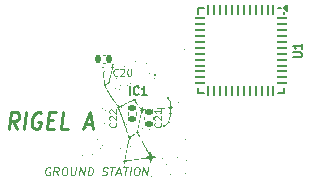
<source format=gbr>
%TF.GenerationSoftware,KiCad,Pcbnew,8.0.0*%
%TF.CreationDate,2024-03-05T20:17:21-06:00*%
%TF.ProjectId,rigel-a-hw,72696765-6c2d-4612-9d68-772e6b696361,rev?*%
%TF.SameCoordinates,Original*%
%TF.FileFunction,Legend,Top*%
%TF.FilePolarity,Positive*%
%FSLAX46Y46*%
G04 Gerber Fmt 4.6, Leading zero omitted, Abs format (unit mm)*
G04 Created by KiCad (PCBNEW 8.0.0) date 2024-03-05 20:17:21*
%MOMM*%
%LPD*%
G01*
G04 APERTURE LIST*
G04 Aperture macros list*
%AMRoundRect*
0 Rectangle with rounded corners*
0 $1 Rounding radius*
0 $2 $3 $4 $5 $6 $7 $8 $9 X,Y pos of 4 corners*
0 Add a 4 corners polygon primitive as box body*
4,1,4,$2,$3,$4,$5,$6,$7,$8,$9,$2,$3,0*
0 Add four circle primitives for the rounded corners*
1,1,$1+$1,$2,$3*
1,1,$1+$1,$4,$5*
1,1,$1+$1,$6,$7*
1,1,$1+$1,$8,$9*
0 Add four rect primitives between the rounded corners*
20,1,$1+$1,$2,$3,$4,$5,0*
20,1,$1+$1,$4,$5,$6,$7,0*
20,1,$1+$1,$6,$7,$8,$9,0*
20,1,$1+$1,$8,$9,$2,$3,0*%
G04 Aperture macros list end*
%ADD10C,0.220000*%
%ADD11C,0.110000*%
%ADD12C,0.100000*%
%ADD13C,0.170000*%
%ADD14C,0.120000*%
%ADD15C,0.150000*%
%ADD16C,0.000000*%
%ADD17C,2.200000*%
%ADD18RoundRect,0.140000X-0.170000X0.140000X-0.170000X-0.140000X0.170000X-0.140000X0.170000X0.140000X0*%
%ADD19RoundRect,0.140000X0.140000X0.170000X-0.140000X0.170000X-0.140000X-0.170000X0.140000X-0.170000X0*%
%ADD20C,0.320000*%
%ADD21RoundRect,0.062500X-0.062500X0.375000X-0.062500X-0.375000X0.062500X-0.375000X0.062500X0.375000X0*%
%ADD22RoundRect,0.062500X-0.375000X0.062500X-0.375000X-0.062500X0.375000X-0.062500X0.375000X0.062500X0*%
%ADD23R,5.600000X5.600000*%
%ADD24C,2.300000*%
%ADD25R,1.700000X1.700000*%
%ADD26O,1.700000X1.700000*%
%ADD27C,0.700025*%
%ADD28O,1.800000X1.200000*%
%ADD29O,2.000000X1.100000*%
G04 APERTURE END LIST*
D10*
X101688783Y-115717226D02*
X101338783Y-115050560D01*
X100945926Y-115717226D02*
X101120926Y-114317226D01*
X101120926Y-114317226D02*
X101616164Y-114317226D01*
X101616164Y-114317226D02*
X101731640Y-114383893D01*
X101731640Y-114383893D02*
X101785212Y-114450560D01*
X101785212Y-114450560D02*
X101830450Y-114583893D01*
X101830450Y-114583893D02*
X101805450Y-114783893D01*
X101805450Y-114783893D02*
X101726878Y-114917226D01*
X101726878Y-114917226D02*
X101656640Y-114983893D01*
X101656640Y-114983893D02*
X101524497Y-115050560D01*
X101524497Y-115050560D02*
X101029259Y-115050560D01*
X102245926Y-115717226D02*
X102420926Y-114317226D01*
X103712593Y-114383893D02*
X103597117Y-114317226D01*
X103597117Y-114317226D02*
X103411403Y-114317226D01*
X103411403Y-114317226D02*
X103217355Y-114383893D01*
X103217355Y-114383893D02*
X103076879Y-114517226D01*
X103076879Y-114517226D02*
X102998307Y-114650560D01*
X102998307Y-114650560D02*
X102903069Y-114917226D01*
X102903069Y-114917226D02*
X102878069Y-115117226D01*
X102878069Y-115117226D02*
X102906641Y-115383893D01*
X102906641Y-115383893D02*
X102951879Y-115517226D01*
X102951879Y-115517226D02*
X103059022Y-115650560D01*
X103059022Y-115650560D02*
X103236403Y-115717226D01*
X103236403Y-115717226D02*
X103360212Y-115717226D01*
X103360212Y-115717226D02*
X103554260Y-115650560D01*
X103554260Y-115650560D02*
X103624498Y-115583893D01*
X103624498Y-115583893D02*
X103682831Y-115117226D01*
X103682831Y-115117226D02*
X103435212Y-115117226D01*
X104256641Y-114983893D02*
X104689974Y-114983893D01*
X104784022Y-115717226D02*
X104164974Y-115717226D01*
X104164974Y-115717226D02*
X104339974Y-114317226D01*
X104339974Y-114317226D02*
X104959022Y-114317226D01*
X105960212Y-115717226D02*
X105341164Y-115717226D01*
X105341164Y-115717226D02*
X105516164Y-114317226D01*
X107372116Y-115317226D02*
X107991164Y-115317226D01*
X107198307Y-115717226D02*
X107806640Y-114317226D01*
X107806640Y-114317226D02*
X108064973Y-115717226D01*
D11*
X104479213Y-118995684D02*
X104416415Y-118964732D01*
X104416415Y-118964732D02*
X104316415Y-118964732D01*
X104316415Y-118964732D02*
X104212546Y-118995684D01*
X104212546Y-118995684D02*
X104138141Y-119057589D01*
X104138141Y-119057589D02*
X104097070Y-119119494D01*
X104097070Y-119119494D02*
X104048260Y-119243303D01*
X104048260Y-119243303D02*
X104036653Y-119336160D01*
X104036653Y-119336160D02*
X104054510Y-119459970D01*
X104054510Y-119459970D02*
X104080106Y-119521875D01*
X104080106Y-119521875D02*
X104139034Y-119583780D01*
X104139034Y-119583780D02*
X104235165Y-119614732D01*
X104235165Y-119614732D02*
X104301832Y-119614732D01*
X104301832Y-119614732D02*
X104405701Y-119583780D01*
X104405701Y-119583780D02*
X104442903Y-119552827D01*
X104442903Y-119552827D02*
X104469987Y-119336160D01*
X104469987Y-119336160D02*
X104336653Y-119336160D01*
X105135165Y-119614732D02*
X104940522Y-119305208D01*
X104735165Y-119614732D02*
X104816415Y-118964732D01*
X104816415Y-118964732D02*
X105083082Y-118964732D01*
X105083082Y-118964732D02*
X105145879Y-118995684D01*
X105145879Y-118995684D02*
X105175344Y-119026637D01*
X105175344Y-119026637D02*
X105200939Y-119088541D01*
X105200939Y-119088541D02*
X105189332Y-119181399D01*
X105189332Y-119181399D02*
X105148260Y-119243303D01*
X105148260Y-119243303D02*
X105111058Y-119274256D01*
X105111058Y-119274256D02*
X105040522Y-119305208D01*
X105040522Y-119305208D02*
X104773856Y-119305208D01*
X105649748Y-118964732D02*
X105783082Y-118964732D01*
X105783082Y-118964732D02*
X105845879Y-118995684D01*
X105845879Y-118995684D02*
X105904808Y-119057589D01*
X105904808Y-119057589D02*
X105922665Y-119181399D01*
X105922665Y-119181399D02*
X105895582Y-119398065D01*
X105895582Y-119398065D02*
X105846772Y-119521875D01*
X105846772Y-119521875D02*
X105772368Y-119583780D01*
X105772368Y-119583780D02*
X105701832Y-119614732D01*
X105701832Y-119614732D02*
X105568498Y-119614732D01*
X105568498Y-119614732D02*
X105505701Y-119583780D01*
X105505701Y-119583780D02*
X105446772Y-119521875D01*
X105446772Y-119521875D02*
X105428915Y-119398065D01*
X105428915Y-119398065D02*
X105455998Y-119181399D01*
X105455998Y-119181399D02*
X105504808Y-119057589D01*
X105504808Y-119057589D02*
X105579213Y-118995684D01*
X105579213Y-118995684D02*
X105649748Y-118964732D01*
X106249748Y-118964732D02*
X106183974Y-119490922D01*
X106183974Y-119490922D02*
X106209570Y-119552827D01*
X106209570Y-119552827D02*
X106239034Y-119583780D01*
X106239034Y-119583780D02*
X106301831Y-119614732D01*
X106301831Y-119614732D02*
X106435165Y-119614732D01*
X106435165Y-119614732D02*
X106505701Y-119583780D01*
X106505701Y-119583780D02*
X106542903Y-119552827D01*
X106542903Y-119552827D02*
X106583974Y-119490922D01*
X106583974Y-119490922D02*
X106649748Y-118964732D01*
X106901831Y-119614732D02*
X106983081Y-118964732D01*
X106983081Y-118964732D02*
X107301831Y-119614732D01*
X107301831Y-119614732D02*
X107383081Y-118964732D01*
X107635164Y-119614732D02*
X107716414Y-118964732D01*
X107716414Y-118964732D02*
X107883081Y-118964732D01*
X107883081Y-118964732D02*
X107979212Y-118995684D01*
X107979212Y-118995684D02*
X108038140Y-119057589D01*
X108038140Y-119057589D02*
X108063736Y-119119494D01*
X108063736Y-119119494D02*
X108081593Y-119243303D01*
X108081593Y-119243303D02*
X108069986Y-119336160D01*
X108069986Y-119336160D02*
X108021176Y-119459970D01*
X108021176Y-119459970D02*
X107980105Y-119521875D01*
X107980105Y-119521875D02*
X107905700Y-119583780D01*
X107905700Y-119583780D02*
X107801831Y-119614732D01*
X107801831Y-119614732D02*
X107635164Y-119614732D01*
X108839033Y-119583780D02*
X108935164Y-119614732D01*
X108935164Y-119614732D02*
X109101830Y-119614732D01*
X109101830Y-119614732D02*
X109172366Y-119583780D01*
X109172366Y-119583780D02*
X109209569Y-119552827D01*
X109209569Y-119552827D02*
X109250640Y-119490922D01*
X109250640Y-119490922D02*
X109258378Y-119429018D01*
X109258378Y-119429018D02*
X109232783Y-119367113D01*
X109232783Y-119367113D02*
X109203319Y-119336160D01*
X109203319Y-119336160D02*
X109140521Y-119305208D01*
X109140521Y-119305208D02*
X109011057Y-119274256D01*
X109011057Y-119274256D02*
X108948259Y-119243303D01*
X108948259Y-119243303D02*
X108918795Y-119212351D01*
X108918795Y-119212351D02*
X108893200Y-119150446D01*
X108893200Y-119150446D02*
X108900938Y-119088541D01*
X108900938Y-119088541D02*
X108942009Y-119026637D01*
X108942009Y-119026637D02*
X108979211Y-118995684D01*
X108979211Y-118995684D02*
X109049747Y-118964732D01*
X109049747Y-118964732D02*
X109216414Y-118964732D01*
X109216414Y-118964732D02*
X109312545Y-118995684D01*
X109516414Y-118964732D02*
X109916414Y-118964732D01*
X109635164Y-119614732D02*
X109716414Y-118964732D01*
X110058378Y-119429018D02*
X110391711Y-119429018D01*
X109968497Y-119614732D02*
X110283080Y-118964732D01*
X110283080Y-118964732D02*
X110435164Y-119614732D01*
X110649747Y-118964732D02*
X111049747Y-118964732D01*
X110768497Y-119614732D02*
X110849747Y-118964732D01*
X111201830Y-119614732D02*
X111283080Y-118964732D01*
X111749746Y-118964732D02*
X111883080Y-118964732D01*
X111883080Y-118964732D02*
X111945877Y-118995684D01*
X111945877Y-118995684D02*
X112004806Y-119057589D01*
X112004806Y-119057589D02*
X112022663Y-119181399D01*
X112022663Y-119181399D02*
X111995580Y-119398065D01*
X111995580Y-119398065D02*
X111946770Y-119521875D01*
X111946770Y-119521875D02*
X111872366Y-119583780D01*
X111872366Y-119583780D02*
X111801830Y-119614732D01*
X111801830Y-119614732D02*
X111668496Y-119614732D01*
X111668496Y-119614732D02*
X111605699Y-119583780D01*
X111605699Y-119583780D02*
X111546770Y-119521875D01*
X111546770Y-119521875D02*
X111528913Y-119398065D01*
X111528913Y-119398065D02*
X111555996Y-119181399D01*
X111555996Y-119181399D02*
X111604806Y-119057589D01*
X111604806Y-119057589D02*
X111679211Y-118995684D01*
X111679211Y-118995684D02*
X111749746Y-118964732D01*
X112268496Y-119614732D02*
X112349746Y-118964732D01*
X112349746Y-118964732D02*
X112668496Y-119614732D01*
X112668496Y-119614732D02*
X112749746Y-118964732D01*
D12*
X110015228Y-115185714D02*
X110043800Y-115214286D01*
X110043800Y-115214286D02*
X110072371Y-115300000D01*
X110072371Y-115300000D02*
X110072371Y-115357143D01*
X110072371Y-115357143D02*
X110043800Y-115442857D01*
X110043800Y-115442857D02*
X109986657Y-115500000D01*
X109986657Y-115500000D02*
X109929514Y-115528571D01*
X109929514Y-115528571D02*
X109815228Y-115557143D01*
X109815228Y-115557143D02*
X109729514Y-115557143D01*
X109729514Y-115557143D02*
X109615228Y-115528571D01*
X109615228Y-115528571D02*
X109558085Y-115500000D01*
X109558085Y-115500000D02*
X109500942Y-115442857D01*
X109500942Y-115442857D02*
X109472371Y-115357143D01*
X109472371Y-115357143D02*
X109472371Y-115300000D01*
X109472371Y-115300000D02*
X109500942Y-115214286D01*
X109500942Y-115214286D02*
X109529514Y-115185714D01*
X109529514Y-114957143D02*
X109500942Y-114928571D01*
X109500942Y-114928571D02*
X109472371Y-114871429D01*
X109472371Y-114871429D02*
X109472371Y-114728571D01*
X109472371Y-114728571D02*
X109500942Y-114671429D01*
X109500942Y-114671429D02*
X109529514Y-114642857D01*
X109529514Y-114642857D02*
X109586657Y-114614286D01*
X109586657Y-114614286D02*
X109643800Y-114614286D01*
X109643800Y-114614286D02*
X109729514Y-114642857D01*
X109729514Y-114642857D02*
X110072371Y-114985714D01*
X110072371Y-114985714D02*
X110072371Y-114614286D01*
X109529514Y-114385714D02*
X109500942Y-114357142D01*
X109500942Y-114357142D02*
X109472371Y-114300000D01*
X109472371Y-114300000D02*
X109472371Y-114157142D01*
X109472371Y-114157142D02*
X109500942Y-114100000D01*
X109500942Y-114100000D02*
X109529514Y-114071428D01*
X109529514Y-114071428D02*
X109586657Y-114042857D01*
X109586657Y-114042857D02*
X109643800Y-114042857D01*
X109643800Y-114042857D02*
X109729514Y-114071428D01*
X109729514Y-114071428D02*
X110072371Y-114414285D01*
X110072371Y-114414285D02*
X110072371Y-114042857D01*
X110178493Y-111164956D02*
X110149921Y-111193528D01*
X110149921Y-111193528D02*
X110064207Y-111222099D01*
X110064207Y-111222099D02*
X110007064Y-111222099D01*
X110007064Y-111222099D02*
X109921350Y-111193528D01*
X109921350Y-111193528D02*
X109864207Y-111136385D01*
X109864207Y-111136385D02*
X109835636Y-111079242D01*
X109835636Y-111079242D02*
X109807064Y-110964956D01*
X109807064Y-110964956D02*
X109807064Y-110879242D01*
X109807064Y-110879242D02*
X109835636Y-110764956D01*
X109835636Y-110764956D02*
X109864207Y-110707813D01*
X109864207Y-110707813D02*
X109921350Y-110650670D01*
X109921350Y-110650670D02*
X110007064Y-110622099D01*
X110007064Y-110622099D02*
X110064207Y-110622099D01*
X110064207Y-110622099D02*
X110149921Y-110650670D01*
X110149921Y-110650670D02*
X110178493Y-110679242D01*
X110407064Y-110679242D02*
X110435636Y-110650670D01*
X110435636Y-110650670D02*
X110492779Y-110622099D01*
X110492779Y-110622099D02*
X110635636Y-110622099D01*
X110635636Y-110622099D02*
X110692779Y-110650670D01*
X110692779Y-110650670D02*
X110721350Y-110679242D01*
X110721350Y-110679242D02*
X110749921Y-110736385D01*
X110749921Y-110736385D02*
X110749921Y-110793528D01*
X110749921Y-110793528D02*
X110721350Y-110879242D01*
X110721350Y-110879242D02*
X110378493Y-111222099D01*
X110378493Y-111222099D02*
X110749921Y-111222099D01*
X111121350Y-110622099D02*
X111178493Y-110622099D01*
X111178493Y-110622099D02*
X111235636Y-110650670D01*
X111235636Y-110650670D02*
X111264208Y-110679242D01*
X111264208Y-110679242D02*
X111292779Y-110736385D01*
X111292779Y-110736385D02*
X111321350Y-110850670D01*
X111321350Y-110850670D02*
X111321350Y-110993528D01*
X111321350Y-110993528D02*
X111292779Y-111107813D01*
X111292779Y-111107813D02*
X111264208Y-111164956D01*
X111264208Y-111164956D02*
X111235636Y-111193528D01*
X111235636Y-111193528D02*
X111178493Y-111222099D01*
X111178493Y-111222099D02*
X111121350Y-111222099D01*
X111121350Y-111222099D02*
X111064208Y-111193528D01*
X111064208Y-111193528D02*
X111035636Y-111164956D01*
X111035636Y-111164956D02*
X111007065Y-111107813D01*
X111007065Y-111107813D02*
X110978493Y-110993528D01*
X110978493Y-110993528D02*
X110978493Y-110850670D01*
X110978493Y-110850670D02*
X111007065Y-110736385D01*
X111007065Y-110736385D02*
X111035636Y-110679242D01*
X111035636Y-110679242D02*
X111064208Y-110650670D01*
X111064208Y-110650670D02*
X111121350Y-110622099D01*
D13*
X111226666Y-112814993D02*
X111226666Y-112114993D01*
X111959999Y-112748326D02*
X111926666Y-112781660D01*
X111926666Y-112781660D02*
X111826666Y-112814993D01*
X111826666Y-112814993D02*
X111759999Y-112814993D01*
X111759999Y-112814993D02*
X111659999Y-112781660D01*
X111659999Y-112781660D02*
X111593333Y-112714993D01*
X111593333Y-112714993D02*
X111559999Y-112648326D01*
X111559999Y-112648326D02*
X111526666Y-112514993D01*
X111526666Y-112514993D02*
X111526666Y-112414993D01*
X111526666Y-112414993D02*
X111559999Y-112281660D01*
X111559999Y-112281660D02*
X111593333Y-112214993D01*
X111593333Y-112214993D02*
X111659999Y-112148326D01*
X111659999Y-112148326D02*
X111759999Y-112114993D01*
X111759999Y-112114993D02*
X111826666Y-112114993D01*
X111826666Y-112114993D02*
X111926666Y-112148326D01*
X111926666Y-112148326D02*
X111959999Y-112181660D01*
X112626666Y-112814993D02*
X112226666Y-112814993D01*
X112426666Y-112814993D02*
X112426666Y-112114993D01*
X112426666Y-112114993D02*
X112359999Y-112214993D01*
X112359999Y-112214993D02*
X112293333Y-112281660D01*
X112293333Y-112281660D02*
X112226666Y-112314993D01*
X125054993Y-109633333D02*
X125621660Y-109633333D01*
X125621660Y-109633333D02*
X125688326Y-109600000D01*
X125688326Y-109600000D02*
X125721660Y-109566666D01*
X125721660Y-109566666D02*
X125754993Y-109500000D01*
X125754993Y-109500000D02*
X125754993Y-109366666D01*
X125754993Y-109366666D02*
X125721660Y-109300000D01*
X125721660Y-109300000D02*
X125688326Y-109266666D01*
X125688326Y-109266666D02*
X125621660Y-109233333D01*
X125621660Y-109233333D02*
X125054993Y-109233333D01*
X125754993Y-108533333D02*
X125754993Y-108933333D01*
X125754993Y-108733333D02*
X125054993Y-108733333D01*
X125054993Y-108733333D02*
X125154993Y-108800000D01*
X125154993Y-108800000D02*
X125221660Y-108866667D01*
X125221660Y-108866667D02*
X125254993Y-108933333D01*
D12*
X113815228Y-115185714D02*
X113843800Y-115214286D01*
X113843800Y-115214286D02*
X113872371Y-115300000D01*
X113872371Y-115300000D02*
X113872371Y-115357143D01*
X113872371Y-115357143D02*
X113843800Y-115442857D01*
X113843800Y-115442857D02*
X113786657Y-115500000D01*
X113786657Y-115500000D02*
X113729514Y-115528571D01*
X113729514Y-115528571D02*
X113615228Y-115557143D01*
X113615228Y-115557143D02*
X113529514Y-115557143D01*
X113529514Y-115557143D02*
X113415228Y-115528571D01*
X113415228Y-115528571D02*
X113358085Y-115500000D01*
X113358085Y-115500000D02*
X113300942Y-115442857D01*
X113300942Y-115442857D02*
X113272371Y-115357143D01*
X113272371Y-115357143D02*
X113272371Y-115300000D01*
X113272371Y-115300000D02*
X113300942Y-115214286D01*
X113300942Y-115214286D02*
X113329514Y-115185714D01*
X113329514Y-114957143D02*
X113300942Y-114928571D01*
X113300942Y-114928571D02*
X113272371Y-114871429D01*
X113272371Y-114871429D02*
X113272371Y-114728571D01*
X113272371Y-114728571D02*
X113300942Y-114671429D01*
X113300942Y-114671429D02*
X113329514Y-114642857D01*
X113329514Y-114642857D02*
X113386657Y-114614286D01*
X113386657Y-114614286D02*
X113443800Y-114614286D01*
X113443800Y-114614286D02*
X113529514Y-114642857D01*
X113529514Y-114642857D02*
X113872371Y-114985714D01*
X113872371Y-114985714D02*
X113872371Y-114614286D01*
X113872371Y-114042857D02*
X113872371Y-114385714D01*
X113872371Y-114214285D02*
X113272371Y-114214285D01*
X113272371Y-114214285D02*
X113358085Y-114271428D01*
X113358085Y-114271428D02*
X113415228Y-114328571D01*
X113415228Y-114328571D02*
X113443800Y-114385714D01*
D14*
%TO.C,C22*%
X111040000Y-114292164D02*
X111040000Y-114507836D01*
X111760000Y-114292164D02*
X111760000Y-114507836D01*
%TO.C,C20*%
X109107836Y-109440000D02*
X108892164Y-109440000D01*
X109107836Y-110160000D02*
X108892164Y-110160000D01*
D15*
%TO.C,IC1*%
X113310000Y-111090000D02*
X113310000Y-111090000D01*
X113310000Y-111190000D02*
X113310000Y-111190000D01*
X113310000Y-111090000D02*
G75*
G02*
X113310000Y-111190000I0J-50000D01*
G01*
X113310000Y-111190000D02*
G75*
G02*
X113310000Y-111090000I0J50000D01*
G01*
D16*
%TO.C,G\u002A\u002A\u002A*%
G36*
X106995447Y-109934823D02*
G01*
X106984739Y-109945532D01*
X106974030Y-109934823D01*
X106984739Y-109924115D01*
X106995447Y-109934823D01*
G37*
G36*
X107166779Y-116959444D02*
G01*
X107156071Y-116970152D01*
X107145363Y-116959444D01*
X107156071Y-116948736D01*
X107166779Y-116959444D01*
G37*
G36*
X107188196Y-114989124D02*
G01*
X107177487Y-114999832D01*
X107166779Y-114989124D01*
X107177487Y-114978415D01*
X107188196Y-114989124D01*
G37*
G36*
X107552277Y-115588786D02*
G01*
X107541568Y-115599495D01*
X107530860Y-115588786D01*
X107541568Y-115578078D01*
X107552277Y-115588786D01*
G37*
G36*
X107745025Y-113061636D02*
G01*
X107734317Y-113072345D01*
X107723609Y-113061636D01*
X107734317Y-113050928D01*
X107745025Y-113061636D01*
G37*
G36*
X107852108Y-109185245D02*
G01*
X107841400Y-109195953D01*
X107830691Y-109185245D01*
X107841400Y-109174537D01*
X107852108Y-109185245D01*
G37*
G36*
X107937774Y-111541063D02*
G01*
X107927066Y-111551771D01*
X107916358Y-111541063D01*
X107927066Y-111530355D01*
X107937774Y-111541063D01*
G37*
G36*
X107959191Y-110812901D02*
G01*
X107948482Y-110823609D01*
X107937774Y-110812901D01*
X107948482Y-110802193D01*
X107959191Y-110812901D01*
G37*
G36*
X108044857Y-110620152D02*
G01*
X108034148Y-110630861D01*
X108023440Y-110620152D01*
X108034148Y-110609444D01*
X108044857Y-110620152D01*
G37*
G36*
X108173356Y-111262648D02*
G01*
X108162648Y-111273356D01*
X108151939Y-111262648D01*
X108162648Y-111251940D01*
X108173356Y-111262648D01*
G37*
G36*
X108237605Y-117087943D02*
G01*
X108226897Y-117098651D01*
X108216189Y-117087943D01*
X108226897Y-117077235D01*
X108237605Y-117087943D01*
G37*
G36*
X108280439Y-113297218D02*
G01*
X108269730Y-113307926D01*
X108259022Y-113297218D01*
X108269730Y-113286510D01*
X108280439Y-113297218D01*
G37*
G36*
X108301855Y-114260962D02*
G01*
X108291147Y-114271670D01*
X108280439Y-114260962D01*
X108291147Y-114250253D01*
X108301855Y-114260962D01*
G37*
G36*
X108323272Y-111455397D02*
G01*
X108312563Y-111466105D01*
X108301855Y-111455397D01*
X108312563Y-111444689D01*
X108323272Y-111455397D01*
G37*
G36*
X108323272Y-115117623D02*
G01*
X108312563Y-115128331D01*
X108301855Y-115117623D01*
X108312563Y-115106914D01*
X108323272Y-115117623D01*
G37*
G36*
X108387521Y-116359781D02*
G01*
X108376813Y-116370490D01*
X108366105Y-116359781D01*
X108376813Y-116349073D01*
X108387521Y-116359781D01*
G37*
G36*
X108451771Y-116873778D02*
G01*
X108441062Y-116884486D01*
X108430354Y-116873778D01*
X108441062Y-116863070D01*
X108451771Y-116873778D01*
G37*
G36*
X108580270Y-114282378D02*
G01*
X108569562Y-114293087D01*
X108558853Y-114282378D01*
X108569562Y-114271670D01*
X108580270Y-114282378D01*
G37*
G36*
X108580270Y-117066527D02*
G01*
X108569562Y-117077235D01*
X108558853Y-117066527D01*
X108569562Y-117055818D01*
X108580270Y-117066527D01*
G37*
G36*
X108580270Y-117173609D02*
G01*
X108569562Y-117184318D01*
X108558853Y-117173609D01*
X108569562Y-117162901D01*
X108580270Y-117173609D01*
G37*
G36*
X108580270Y-117344941D02*
G01*
X108569562Y-117355650D01*
X108558853Y-117344941D01*
X108569562Y-117334233D01*
X108580270Y-117344941D01*
G37*
G36*
X108665936Y-110577319D02*
G01*
X108655228Y-110588027D01*
X108644519Y-110577319D01*
X108655228Y-110566611D01*
X108665936Y-110577319D01*
G37*
G36*
X108751602Y-118415768D02*
G01*
X108740894Y-118426476D01*
X108730186Y-118415768D01*
X108740894Y-118405060D01*
X108751602Y-118415768D01*
G37*
G36*
X108880101Y-109977656D02*
G01*
X108869393Y-109988365D01*
X108858685Y-109977656D01*
X108869393Y-109966948D01*
X108880101Y-109977656D01*
G37*
G36*
X108901518Y-113982547D02*
G01*
X108890810Y-113993255D01*
X108880101Y-113982547D01*
X108890810Y-113971839D01*
X108901518Y-113982547D01*
G37*
G36*
X108901518Y-117109360D02*
G01*
X108890810Y-117120068D01*
X108880101Y-117109360D01*
X108890810Y-117098651D01*
X108901518Y-117109360D01*
G37*
G36*
X108965767Y-118094520D02*
G01*
X108955059Y-118105228D01*
X108944351Y-118094520D01*
X108955059Y-118083812D01*
X108965767Y-118094520D01*
G37*
G36*
X108987184Y-117751855D02*
G01*
X108976476Y-117762564D01*
X108965767Y-117751855D01*
X108976476Y-117741147D01*
X108987184Y-117751855D01*
G37*
G36*
X109008600Y-118951181D02*
G01*
X108997892Y-118961889D01*
X108987184Y-118951181D01*
X108997892Y-118940473D01*
X109008600Y-118951181D01*
G37*
G36*
X109030017Y-113061636D02*
G01*
X109019309Y-113072345D01*
X109008600Y-113061636D01*
X109019309Y-113050928D01*
X109030017Y-113061636D01*
G37*
G36*
X109094267Y-111241232D02*
G01*
X109083558Y-111251940D01*
X109072850Y-111241232D01*
X109083558Y-111230523D01*
X109094267Y-111241232D01*
G37*
G36*
X109244182Y-111798061D02*
G01*
X109233474Y-111808769D01*
X109222766Y-111798061D01*
X109233474Y-111787353D01*
X109244182Y-111798061D01*
G37*
G36*
X109308432Y-118265852D02*
G01*
X109297724Y-118276560D01*
X109287015Y-118265852D01*
X109297724Y-118255144D01*
X109308432Y-118265852D01*
G37*
G36*
X109329848Y-113854048D02*
G01*
X109319140Y-113864756D01*
X109308432Y-113854048D01*
X109319140Y-113843339D01*
X109329848Y-113854048D01*
G37*
G36*
X109394098Y-110298904D02*
G01*
X109383390Y-110309613D01*
X109372681Y-110298904D01*
X109383390Y-110288196D01*
X109394098Y-110298904D01*
G37*
G36*
X109458347Y-114153879D02*
G01*
X109447639Y-114164587D01*
X109436931Y-114153879D01*
X109447639Y-114143171D01*
X109458347Y-114153879D01*
G37*
G36*
X109479764Y-116274115D02*
G01*
X109469056Y-116284823D01*
X109458347Y-116274115D01*
X109469056Y-116263407D01*
X109479764Y-116274115D01*
G37*
G36*
X109501181Y-116959444D02*
G01*
X109490472Y-116970152D01*
X109479764Y-116959444D01*
X109490472Y-116948736D01*
X109501181Y-116959444D01*
G37*
G36*
X109544014Y-116017117D02*
G01*
X109533305Y-116027825D01*
X109522597Y-116017117D01*
X109533305Y-116006409D01*
X109544014Y-116017117D01*
G37*
G36*
X109544014Y-120985751D02*
G01*
X109533305Y-120996459D01*
X109522597Y-120985751D01*
X109533305Y-120975043D01*
X109544014Y-120985751D01*
G37*
G36*
X109715346Y-117216442D02*
G01*
X109704638Y-117227151D01*
X109693929Y-117216442D01*
X109704638Y-117205734D01*
X109715346Y-117216442D01*
G37*
G36*
X109779595Y-113447134D02*
G01*
X109768887Y-113457842D01*
X109758179Y-113447134D01*
X109768887Y-113436425D01*
X109779595Y-113447134D01*
G37*
G36*
X109801012Y-110041906D02*
G01*
X109790304Y-110052614D01*
X109779595Y-110041906D01*
X109790304Y-110031198D01*
X109801012Y-110041906D01*
G37*
G36*
X109801012Y-117109360D02*
G01*
X109790304Y-117120068D01*
X109779595Y-117109360D01*
X109790304Y-117098651D01*
X109801012Y-117109360D01*
G37*
G36*
X109843845Y-112419140D02*
G01*
X109833137Y-112429849D01*
X109822428Y-112419140D01*
X109833137Y-112408432D01*
X109843845Y-112419140D01*
G37*
G36*
X109865261Y-110791484D02*
G01*
X109854553Y-110802193D01*
X109843845Y-110791484D01*
X109854553Y-110780776D01*
X109865261Y-110791484D01*
G37*
G36*
X109865261Y-116381198D02*
G01*
X109854553Y-116391906D01*
X109843845Y-116381198D01*
X109854553Y-116370490D01*
X109865261Y-116381198D01*
G37*
G36*
X109929511Y-112997387D02*
G01*
X109918803Y-113008095D01*
X109908095Y-112997387D01*
X109918803Y-112986678D01*
X109929511Y-112997387D01*
G37*
G36*
X109950928Y-117216442D02*
G01*
X109940219Y-117227151D01*
X109929511Y-117216442D01*
X109940219Y-117205734D01*
X109950928Y-117216442D01*
G37*
G36*
X109972344Y-112997387D02*
G01*
X109961636Y-113008095D01*
X109950928Y-112997387D01*
X109961636Y-112986678D01*
X109972344Y-112997387D01*
G37*
G36*
X109993761Y-111005650D02*
G01*
X109983052Y-111016358D01*
X109972344Y-111005650D01*
X109983052Y-110994941D01*
X109993761Y-111005650D01*
G37*
G36*
X110079427Y-111433980D02*
G01*
X110068718Y-111444689D01*
X110058010Y-111433980D01*
X110068718Y-111423272D01*
X110079427Y-111433980D01*
G37*
G36*
X110079427Y-116188449D02*
G01*
X110068718Y-116199157D01*
X110058010Y-116188449D01*
X110068718Y-116177741D01*
X110079427Y-116188449D01*
G37*
G36*
X110100843Y-117323525D02*
G01*
X110090135Y-117334233D01*
X110079427Y-117323525D01*
X110090135Y-117312817D01*
X110100843Y-117323525D01*
G37*
G36*
X110143676Y-115952867D02*
G01*
X110132968Y-115963576D01*
X110122260Y-115952867D01*
X110132968Y-115942159D01*
X110143676Y-115952867D01*
G37*
G36*
X110207926Y-108649832D02*
G01*
X110197218Y-108660540D01*
X110186509Y-108649832D01*
X110197218Y-108639124D01*
X110207926Y-108649832D01*
G37*
G36*
X110207926Y-109399410D02*
G01*
X110197218Y-109410119D01*
X110186509Y-109399410D01*
X110197218Y-109388702D01*
X110207926Y-109399410D01*
G37*
G36*
X110207926Y-115181872D02*
G01*
X110197218Y-115192581D01*
X110186509Y-115181872D01*
X110197218Y-115171164D01*
X110207926Y-115181872D01*
G37*
G36*
X110250759Y-115695869D02*
G01*
X110240051Y-115706577D01*
X110229342Y-115695869D01*
X110240051Y-115685161D01*
X110250759Y-115695869D01*
G37*
G36*
X110250759Y-115802952D02*
G01*
X110240051Y-115813660D01*
X110229342Y-115802952D01*
X110240051Y-115792243D01*
X110250759Y-115802952D01*
G37*
G36*
X110272175Y-116852361D02*
G01*
X110261467Y-116863070D01*
X110250759Y-116852361D01*
X110261467Y-116841653D01*
X110272175Y-116852361D01*
G37*
G36*
X110315009Y-116059950D02*
G01*
X110304300Y-116070658D01*
X110293592Y-116059950D01*
X110304300Y-116049242D01*
X110315009Y-116059950D01*
G37*
G36*
X110379258Y-112654722D02*
G01*
X110368550Y-112665431D01*
X110357842Y-112654722D01*
X110368550Y-112644014D01*
X110379258Y-112654722D01*
G37*
G36*
X110422091Y-112033643D02*
G01*
X110411383Y-112044351D01*
X110400675Y-112033643D01*
X110411383Y-112022935D01*
X110422091Y-112033643D01*
G37*
G36*
X110422091Y-117366358D02*
G01*
X110411383Y-117377066D01*
X110400675Y-117366358D01*
X110411383Y-117355650D01*
X110422091Y-117366358D01*
G37*
G36*
X110529174Y-113382884D02*
G01*
X110518466Y-113393592D01*
X110507757Y-113382884D01*
X110518466Y-113372176D01*
X110529174Y-113382884D01*
G37*
G36*
X110572007Y-116552530D02*
G01*
X110561299Y-116563238D01*
X110550590Y-116552530D01*
X110561299Y-116541822D01*
X110572007Y-116552530D01*
G37*
G36*
X110593423Y-111262648D02*
G01*
X110582715Y-111273356D01*
X110572007Y-111262648D01*
X110582715Y-111251940D01*
X110593423Y-111262648D01*
G37*
G36*
X110636256Y-114239545D02*
G01*
X110625548Y-114250253D01*
X110614840Y-114239545D01*
X110625548Y-114228837D01*
X110636256Y-114239545D01*
G37*
G36*
X110700506Y-112162142D02*
G01*
X110689798Y-112172850D01*
X110679089Y-112162142D01*
X110689798Y-112151434D01*
X110700506Y-112162142D01*
G37*
G36*
X110786172Y-108842581D02*
G01*
X110775464Y-108853289D01*
X110764756Y-108842581D01*
X110775464Y-108831872D01*
X110786172Y-108842581D01*
G37*
G36*
X110786172Y-113040220D02*
G01*
X110775464Y-113050928D01*
X110764756Y-113040220D01*
X110775464Y-113029511D01*
X110786172Y-113040220D01*
G37*
G36*
X110807589Y-111583896D02*
G01*
X110796880Y-111594604D01*
X110786172Y-111583896D01*
X110796880Y-111573188D01*
X110807589Y-111583896D01*
G37*
G36*
X110829005Y-109335161D02*
G01*
X110818297Y-109345869D01*
X110807589Y-109335161D01*
X110818297Y-109324452D01*
X110829005Y-109335161D01*
G37*
G36*
X110829005Y-110041906D02*
G01*
X110818297Y-110052614D01*
X110807589Y-110041906D01*
X110818297Y-110031198D01*
X110829005Y-110041906D01*
G37*
G36*
X110829005Y-113511383D02*
G01*
X110818297Y-113522092D01*
X110807589Y-113511383D01*
X110818297Y-113500675D01*
X110829005Y-113511383D01*
G37*
G36*
X110871838Y-112461974D02*
G01*
X110861130Y-112472682D01*
X110850422Y-112461974D01*
X110861130Y-112451265D01*
X110871838Y-112461974D01*
G37*
G36*
X110893255Y-111926560D02*
G01*
X110882546Y-111937269D01*
X110871838Y-111926560D01*
X110882546Y-111915852D01*
X110893255Y-111926560D01*
G37*
G36*
X110936088Y-115331788D02*
G01*
X110925380Y-115342496D01*
X110914671Y-115331788D01*
X110925380Y-115321080D01*
X110936088Y-115331788D01*
G37*
G36*
X110957504Y-111005650D02*
G01*
X110946796Y-111016358D01*
X110936088Y-111005650D01*
X110946796Y-110994941D01*
X110957504Y-111005650D01*
G37*
G36*
X111021754Y-112247808D02*
G01*
X111011046Y-112258517D01*
X111000337Y-112247808D01*
X111011046Y-112237100D01*
X111021754Y-112247808D01*
G37*
G36*
X111128837Y-117473441D02*
G01*
X111118128Y-117484149D01*
X111107420Y-117473441D01*
X111118128Y-117462732D01*
X111128837Y-117473441D01*
G37*
G36*
X111171670Y-112761805D02*
G01*
X111160961Y-112772513D01*
X111150253Y-112761805D01*
X111160961Y-112751097D01*
X111171670Y-112761805D01*
G37*
G36*
X111193086Y-109078162D02*
G01*
X111182378Y-109088871D01*
X111171670Y-109078162D01*
X111182378Y-109067454D01*
X111193086Y-109078162D01*
G37*
G36*
X111193086Y-110298904D02*
G01*
X111182378Y-110309613D01*
X111171670Y-110298904D01*
X111182378Y-110288196D01*
X111193086Y-110298904D01*
G37*
G36*
X111193086Y-111219815D02*
G01*
X111182378Y-111230523D01*
X111171670Y-111219815D01*
X111182378Y-111209107D01*
X111193086Y-111219815D01*
G37*
G36*
X111214503Y-118758432D02*
G01*
X111203794Y-118769140D01*
X111193086Y-118758432D01*
X111203794Y-118747724D01*
X111214503Y-118758432D01*
G37*
G36*
X111235919Y-111562479D02*
G01*
X111225211Y-111573188D01*
X111214503Y-111562479D01*
X111225211Y-111551771D01*
X111235919Y-111562479D01*
G37*
G36*
X111278752Y-111712395D02*
G01*
X111268044Y-111723103D01*
X111257336Y-111712395D01*
X111268044Y-111701687D01*
X111278752Y-111712395D01*
G37*
G36*
X111300169Y-120321839D02*
G01*
X111289460Y-120332547D01*
X111278752Y-120321839D01*
X111289460Y-120311130D01*
X111300169Y-120321839D01*
G37*
G36*
X111343002Y-108778331D02*
G01*
X111332294Y-108789039D01*
X111321585Y-108778331D01*
X111332294Y-108767623D01*
X111343002Y-108778331D01*
G37*
G36*
X111407251Y-111412564D02*
G01*
X111396543Y-111423272D01*
X111385835Y-111412564D01*
X111396543Y-111401855D01*
X111407251Y-111412564D01*
G37*
G36*
X111450084Y-113639882D02*
G01*
X111439376Y-113650591D01*
X111428668Y-113639882D01*
X111439376Y-113629174D01*
X111450084Y-113639882D01*
G37*
G36*
X111450084Y-118480017D02*
G01*
X111439376Y-118490726D01*
X111428668Y-118480017D01*
X111439376Y-118469309D01*
X111450084Y-118480017D01*
G37*
G36*
X111535751Y-111733812D02*
G01*
X111525042Y-111744520D01*
X111514334Y-111733812D01*
X111525042Y-111723103D01*
X111535751Y-111733812D01*
G37*
G36*
X111578584Y-110748651D02*
G01*
X111567875Y-110759360D01*
X111557167Y-110748651D01*
X111567875Y-110737943D01*
X111578584Y-110748651D01*
G37*
G36*
X111600000Y-110555903D02*
G01*
X111589292Y-110566611D01*
X111578584Y-110555903D01*
X111589292Y-110545194D01*
X111600000Y-110555903D01*
G37*
G36*
X111685666Y-108928247D02*
G01*
X111674958Y-108938955D01*
X111664250Y-108928247D01*
X111674958Y-108917538D01*
X111685666Y-108928247D01*
G37*
G36*
X111707083Y-111348314D02*
G01*
X111696374Y-111359022D01*
X111685666Y-111348314D01*
X111696374Y-111337606D01*
X111707083Y-111348314D01*
G37*
G36*
X111792749Y-116038533D02*
G01*
X111782041Y-116049242D01*
X111771332Y-116038533D01*
X111782041Y-116027825D01*
X111792749Y-116038533D01*
G37*
G36*
X111814165Y-111241232D02*
G01*
X111803457Y-111251940D01*
X111792749Y-111241232D01*
X111803457Y-111230523D01*
X111814165Y-111241232D01*
G37*
G36*
X111814165Y-112590473D02*
G01*
X111803457Y-112601181D01*
X111792749Y-112590473D01*
X111803457Y-112579764D01*
X111814165Y-112590473D01*
G37*
G36*
X111814165Y-117559107D02*
G01*
X111803457Y-117569815D01*
X111792749Y-117559107D01*
X111803457Y-117548398D01*
X111814165Y-117559107D01*
G37*
G36*
X111856998Y-109013913D02*
G01*
X111846290Y-109024621D01*
X111835582Y-109013913D01*
X111846290Y-109003205D01*
X111856998Y-109013913D01*
G37*
G36*
X111856998Y-110812901D02*
G01*
X111846290Y-110823609D01*
X111835582Y-110812901D01*
X111846290Y-110802193D01*
X111856998Y-110812901D01*
G37*
G36*
X111985498Y-118758432D02*
G01*
X111974789Y-118769140D01*
X111964081Y-118758432D01*
X111974789Y-118747724D01*
X111985498Y-118758432D01*
G37*
G36*
X112028331Y-113104469D02*
G01*
X112017622Y-113115178D01*
X112006914Y-113104469D01*
X112017622Y-113093761D01*
X112028331Y-113104469D01*
G37*
G36*
X112028331Y-118480017D02*
G01*
X112017622Y-118490726D01*
X112006914Y-118480017D01*
X112017622Y-118469309D01*
X112028331Y-118480017D01*
G37*
G36*
X112049747Y-115931451D02*
G01*
X112039039Y-115942159D01*
X112028331Y-115931451D01*
X112039039Y-115920742D01*
X112049747Y-115931451D01*
G37*
G36*
X112071164Y-111348314D02*
G01*
X112060455Y-111359022D01*
X112049747Y-111348314D01*
X112060455Y-111337606D01*
X112071164Y-111348314D01*
G37*
G36*
X112156830Y-110491653D02*
G01*
X112146122Y-110502361D01*
X112135413Y-110491653D01*
X112146122Y-110480945D01*
X112156830Y-110491653D01*
G37*
G36*
X112178246Y-120407505D02*
G01*
X112167538Y-120418213D01*
X112156830Y-120407505D01*
X112167538Y-120396796D01*
X112178246Y-120407505D01*
G37*
G36*
X112199663Y-110727235D02*
G01*
X112188955Y-110737943D01*
X112178246Y-110727235D01*
X112188955Y-110716527D01*
X112199663Y-110727235D01*
G37*
G36*
X112199663Y-119465178D02*
G01*
X112188955Y-119475886D01*
X112178246Y-119465178D01*
X112188955Y-119454469D01*
X112199663Y-119465178D01*
G37*
G36*
X112242496Y-116209866D02*
G01*
X112231788Y-116220574D01*
X112221079Y-116209866D01*
X112231788Y-116199157D01*
X112242496Y-116209866D01*
G37*
G36*
X112242496Y-116488280D02*
G01*
X112231788Y-116498989D01*
X112221079Y-116488280D01*
X112231788Y-116477572D01*
X112242496Y-116488280D01*
G37*
G36*
X112328162Y-112461974D02*
G01*
X112317454Y-112472682D01*
X112306745Y-112461974D01*
X112317454Y-112451265D01*
X112328162Y-112461974D01*
G37*
G36*
X112349579Y-111905144D02*
G01*
X112338870Y-111915852D01*
X112328162Y-111905144D01*
X112338870Y-111894436D01*
X112349579Y-111905144D01*
G37*
G36*
X112349579Y-112697555D02*
G01*
X112338870Y-112708264D01*
X112328162Y-112697555D01*
X112338870Y-112686847D01*
X112349579Y-112697555D01*
G37*
G36*
X112435245Y-116124199D02*
G01*
X112424536Y-116134908D01*
X112413828Y-116124199D01*
X112424536Y-116113491D01*
X112435245Y-116124199D01*
G37*
G36*
X112435245Y-119615093D02*
G01*
X112424536Y-119625802D01*
X112413828Y-119615093D01*
X112424536Y-119604385D01*
X112435245Y-119615093D01*
G37*
G36*
X112456661Y-115524537D02*
G01*
X112445953Y-115535245D01*
X112435245Y-115524537D01*
X112445953Y-115513828D01*
X112456661Y-115524537D01*
G37*
G36*
X112542327Y-115738702D02*
G01*
X112531619Y-115749410D01*
X112520911Y-115738702D01*
X112531619Y-115727994D01*
X112542327Y-115738702D01*
G37*
G36*
X112627993Y-112483390D02*
G01*
X112617285Y-112494098D01*
X112606577Y-112483390D01*
X112617285Y-112472682D01*
X112627993Y-112483390D01*
G37*
G36*
X112649410Y-115246122D02*
G01*
X112638702Y-115256830D01*
X112627993Y-115246122D01*
X112638702Y-115235414D01*
X112649410Y-115246122D01*
G37*
G36*
X112670826Y-108992496D02*
G01*
X112660118Y-109003205D01*
X112649410Y-108992496D01*
X112660118Y-108981788D01*
X112670826Y-108992496D01*
G37*
G36*
X112863575Y-112312058D02*
G01*
X112852867Y-112322766D01*
X112842159Y-112312058D01*
X112852867Y-112301350D01*
X112863575Y-112312058D01*
G37*
G36*
X112884992Y-110234655D02*
G01*
X112874283Y-110245363D01*
X112863575Y-110234655D01*
X112874283Y-110223947D01*
X112884992Y-110234655D01*
G37*
G36*
X113120573Y-114882041D02*
G01*
X113109865Y-114892749D01*
X113099157Y-114882041D01*
X113109865Y-114871333D01*
X113120573Y-114882041D01*
G37*
G36*
X113120573Y-115438871D02*
G01*
X113109865Y-115449579D01*
X113099157Y-115438871D01*
X113109865Y-115428162D01*
X113120573Y-115438871D01*
G37*
G36*
X113163406Y-117537690D02*
G01*
X113152698Y-117548398D01*
X113141990Y-117537690D01*
X113152698Y-117526982D01*
X113163406Y-117537690D01*
G37*
G36*
X113249073Y-110684402D02*
G01*
X113238364Y-110695110D01*
X113227656Y-110684402D01*
X113238364Y-110673694D01*
X113249073Y-110684402D01*
G37*
G36*
X113249073Y-116102783D02*
G01*
X113238364Y-116113491D01*
X113227656Y-116102783D01*
X113238364Y-116092075D01*
X113249073Y-116102783D01*
G37*
G36*
X113249073Y-116145616D02*
G01*
X113238364Y-116156324D01*
X113227656Y-116145616D01*
X113238364Y-116134908D01*
X113249073Y-116145616D01*
G37*
G36*
X113249073Y-117066527D02*
G01*
X113238364Y-117077235D01*
X113227656Y-117066527D01*
X113238364Y-117055818D01*
X113249073Y-117066527D01*
G37*
G36*
X113249073Y-119336678D02*
G01*
X113238364Y-119347387D01*
X113227656Y-119336678D01*
X113238364Y-119325970D01*
X113249073Y-119336678D01*
G37*
G36*
X113270489Y-118994014D02*
G01*
X113259781Y-119004722D01*
X113249073Y-118994014D01*
X113259781Y-118983306D01*
X113270489Y-118994014D01*
G37*
G36*
X113398988Y-111798061D02*
G01*
X113388280Y-111808769D01*
X113377572Y-111798061D01*
X113388280Y-111787353D01*
X113398988Y-111798061D01*
G37*
G36*
X113420405Y-113575633D02*
G01*
X113409697Y-113586341D01*
X113398988Y-113575633D01*
X113409697Y-113564925D01*
X113420405Y-113575633D01*
G37*
G36*
X113441821Y-115203289D02*
G01*
X113431113Y-115213997D01*
X113420405Y-115203289D01*
X113431113Y-115192581D01*
X113441821Y-115203289D01*
G37*
G36*
X113484654Y-117237859D02*
G01*
X113473946Y-117248567D01*
X113463238Y-117237859D01*
X113473946Y-117227151D01*
X113484654Y-117237859D01*
G37*
G36*
X113527487Y-120086257D02*
G01*
X113516779Y-120096965D01*
X113506071Y-120086257D01*
X113516779Y-120075549D01*
X113527487Y-120086257D01*
G37*
G36*
X113591737Y-117430608D02*
G01*
X113581029Y-117441316D01*
X113570320Y-117430608D01*
X113581029Y-117419899D01*
X113591737Y-117430608D01*
G37*
G36*
X113698820Y-118801265D02*
G01*
X113688111Y-118811974D01*
X113677403Y-118801265D01*
X113688111Y-118790557D01*
X113698820Y-118801265D01*
G37*
G36*
X113720236Y-118522850D02*
G01*
X113709528Y-118533559D01*
X113698820Y-118522850D01*
X113709528Y-118512142D01*
X113720236Y-118522850D01*
G37*
G36*
X113741653Y-110598736D02*
G01*
X113730944Y-110609444D01*
X113720236Y-110598736D01*
X113730944Y-110588027D01*
X113741653Y-110598736D01*
G37*
G36*
X113805902Y-110513070D02*
G01*
X113795194Y-110523778D01*
X113784486Y-110513070D01*
X113795194Y-110502361D01*
X113805902Y-110513070D01*
G37*
G36*
X113805902Y-110770068D02*
G01*
X113795194Y-110780776D01*
X113784486Y-110770068D01*
X113795194Y-110759360D01*
X113805902Y-110770068D01*
G37*
G36*
X113891568Y-116895194D02*
G01*
X113880860Y-116905903D01*
X113870152Y-116895194D01*
X113880860Y-116884486D01*
X113891568Y-116895194D01*
G37*
G36*
X113955818Y-118886931D02*
G01*
X113945110Y-118897640D01*
X113934401Y-118886931D01*
X113945110Y-118876223D01*
X113955818Y-118886931D01*
G37*
G36*
X113998651Y-117430608D02*
G01*
X113987943Y-117441316D01*
X113977234Y-117430608D01*
X113987943Y-117419899D01*
X113998651Y-117430608D01*
G37*
G36*
X114020068Y-110491653D02*
G01*
X114009359Y-110502361D01*
X113998651Y-110491653D01*
X114009359Y-110480945D01*
X114020068Y-110491653D01*
G37*
G36*
X114041484Y-118480017D02*
G01*
X114030776Y-118490726D01*
X114020068Y-118480017D01*
X114030776Y-118469309D01*
X114041484Y-118480017D01*
G37*
G36*
X114169983Y-118608517D02*
G01*
X114159275Y-118619225D01*
X114148567Y-118608517D01*
X114159275Y-118597808D01*
X114169983Y-118608517D01*
G37*
G36*
X114277066Y-113575633D02*
G01*
X114266358Y-113586341D01*
X114255649Y-113575633D01*
X114266358Y-113564925D01*
X114277066Y-113575633D01*
G37*
G36*
X114277066Y-117687606D02*
G01*
X114266358Y-117698314D01*
X114255649Y-117687606D01*
X114266358Y-117676898D01*
X114277066Y-117687606D01*
G37*
G36*
X114319899Y-110855734D02*
G01*
X114309191Y-110866442D01*
X114298482Y-110855734D01*
X114309191Y-110845026D01*
X114319899Y-110855734D01*
G37*
G36*
X114319899Y-117066527D02*
G01*
X114309191Y-117077235D01*
X114298482Y-117066527D01*
X114309191Y-117055818D01*
X114319899Y-117066527D01*
G37*
G36*
X114341315Y-110341737D02*
G01*
X114330607Y-110352446D01*
X114319899Y-110341737D01*
X114330607Y-110331029D01*
X114341315Y-110341737D01*
G37*
G36*
X114341315Y-118501434D02*
G01*
X114330607Y-118512142D01*
X114319899Y-118501434D01*
X114330607Y-118490726D01*
X114341315Y-118501434D01*
G37*
G36*
X114362732Y-116509697D02*
G01*
X114352024Y-116520405D01*
X114341315Y-116509697D01*
X114352024Y-116498989D01*
X114362732Y-116509697D01*
G37*
G36*
X114362732Y-119165346D02*
G01*
X114352024Y-119176054D01*
X114341315Y-119165346D01*
X114352024Y-119154638D01*
X114362732Y-119165346D01*
G37*
G36*
X114576897Y-117216442D02*
G01*
X114566189Y-117227151D01*
X114555481Y-117216442D01*
X114566189Y-117205734D01*
X114576897Y-117216442D01*
G37*
G36*
X114598314Y-114325211D02*
G01*
X114587605Y-114335920D01*
X114576897Y-114325211D01*
X114587605Y-114314503D01*
X114598314Y-114325211D01*
G37*
G36*
X114662563Y-119572260D02*
G01*
X114651855Y-119582968D01*
X114641147Y-119572260D01*
X114651855Y-119561552D01*
X114662563Y-119572260D01*
G37*
G36*
X114769646Y-118094520D02*
G01*
X114758938Y-118105228D01*
X114748229Y-118094520D01*
X114758938Y-118083812D01*
X114769646Y-118094520D01*
G37*
G36*
X114855312Y-113639882D02*
G01*
X114844604Y-113650591D01*
X114833896Y-113639882D01*
X114844604Y-113629174D01*
X114855312Y-113639882D01*
G37*
G36*
X114855312Y-117751855D02*
G01*
X114844604Y-117762564D01*
X114833896Y-117751855D01*
X114844604Y-117741147D01*
X114855312Y-117751855D01*
G37*
G36*
X115026644Y-110277488D02*
G01*
X115015936Y-110288196D01*
X115005228Y-110277488D01*
X115015936Y-110266780D01*
X115026644Y-110277488D01*
G37*
G36*
X115112310Y-108671248D02*
G01*
X115101602Y-108681957D01*
X115090894Y-108671248D01*
X115101602Y-108660540D01*
X115112310Y-108671248D01*
G37*
G36*
X115519224Y-116381198D02*
G01*
X115508516Y-116391906D01*
X115497808Y-116381198D01*
X115508516Y-116370490D01*
X115519224Y-116381198D01*
G37*
G36*
X115626307Y-120578837D02*
G01*
X115615599Y-120589545D01*
X115604890Y-120578837D01*
X115615599Y-120568129D01*
X115626307Y-120578837D01*
G37*
G36*
X115669140Y-110470237D02*
G01*
X115658432Y-110480945D01*
X115647724Y-110470237D01*
X115658432Y-110459528D01*
X115669140Y-110470237D01*
G37*
G36*
X115711973Y-112975970D02*
G01*
X115701265Y-112986678D01*
X115690557Y-112975970D01*
X115701265Y-112965262D01*
X115711973Y-112975970D01*
G37*
G36*
X115883305Y-111069899D02*
G01*
X115872597Y-111080608D01*
X115861889Y-111069899D01*
X115872597Y-111059191D01*
X115883305Y-111069899D01*
G37*
G36*
X115926138Y-114860624D02*
G01*
X115915430Y-114871333D01*
X115904722Y-114860624D01*
X115915430Y-114849916D01*
X115926138Y-114860624D01*
G37*
G36*
X107031141Y-113443564D02*
G01*
X107028201Y-113456296D01*
X107016863Y-113457842D01*
X106999235Y-113450006D01*
X107002586Y-113443564D01*
X107028002Y-113441001D01*
X107031141Y-113443564D01*
G37*
G36*
X107159640Y-115456718D02*
G01*
X107162203Y-115482134D01*
X107159640Y-115485273D01*
X107146908Y-115482333D01*
X107145363Y-115470995D01*
X107153199Y-115453367D01*
X107159640Y-115456718D01*
G37*
G36*
X107181057Y-120768016D02*
G01*
X107183620Y-120793433D01*
X107181057Y-120796572D01*
X107168325Y-120793632D01*
X107166779Y-120782294D01*
X107174615Y-120764666D01*
X107181057Y-120768016D01*
G37*
G36*
X107202473Y-111494660D02*
G01*
X107199534Y-111507393D01*
X107188196Y-111508938D01*
X107170567Y-111501102D01*
X107173918Y-111494660D01*
X107199334Y-111492097D01*
X107202473Y-111494660D01*
G37*
G36*
X107330973Y-111194829D02*
G01*
X107333536Y-111220245D01*
X107330973Y-111223384D01*
X107318240Y-111220445D01*
X107316695Y-111209107D01*
X107324531Y-111191479D01*
X107330973Y-111194829D01*
G37*
G36*
X107523721Y-116206296D02*
G01*
X107526284Y-116231713D01*
X107523721Y-116234852D01*
X107510989Y-116231912D01*
X107509444Y-116220574D01*
X107517280Y-116202946D01*
X107523721Y-116206296D01*
G37*
G36*
X107545138Y-110273918D02*
G01*
X107547701Y-110299335D01*
X107545138Y-110302474D01*
X107532406Y-110299534D01*
X107530860Y-110288196D01*
X107538696Y-110270568D01*
X107545138Y-110273918D01*
G37*
G36*
X107930635Y-115392468D02*
G01*
X107927695Y-115405200D01*
X107916358Y-115406746D01*
X107898729Y-115398910D01*
X107902080Y-115392468D01*
X107927496Y-115389905D01*
X107930635Y-115392468D01*
G37*
G36*
X107973468Y-116570377D02*
G01*
X107970528Y-116583109D01*
X107959191Y-116584655D01*
X107941562Y-116576819D01*
X107944913Y-116570377D01*
X107970329Y-116567814D01*
X107973468Y-116570377D01*
G37*
G36*
X108423215Y-108860428D02*
G01*
X108425779Y-108885844D01*
X108423215Y-108888983D01*
X108410483Y-108886043D01*
X108408938Y-108874705D01*
X108416774Y-108857077D01*
X108423215Y-108860428D01*
G37*
G36*
X108787296Y-114814222D02*
G01*
X108784356Y-114826954D01*
X108773019Y-114828500D01*
X108755390Y-114820664D01*
X108758741Y-114814222D01*
X108784157Y-114811659D01*
X108787296Y-114814222D01*
G37*
G36*
X108894379Y-114964138D02*
G01*
X108891439Y-114976870D01*
X108880101Y-114978415D01*
X108862473Y-114970579D01*
X108865824Y-114964138D01*
X108891240Y-114961575D01*
X108894379Y-114964138D01*
G37*
G36*
X109065711Y-119183193D02*
G01*
X109068274Y-119208610D01*
X109065711Y-119211749D01*
X109052979Y-119208809D01*
X109051433Y-119197471D01*
X109059269Y-119179843D01*
X109065711Y-119183193D01*
G37*
G36*
X109087128Y-118733446D02*
G01*
X109089691Y-118758863D01*
X109087128Y-118762002D01*
X109074396Y-118759062D01*
X109072850Y-118747724D01*
X109080686Y-118730096D01*
X109087128Y-118733446D01*
G37*
G36*
X109087128Y-119697190D02*
G01*
X109089691Y-119722606D01*
X109087128Y-119725745D01*
X109074396Y-119722805D01*
X109072850Y-119711468D01*
X109080686Y-119693839D01*
X109087128Y-119697190D01*
G37*
G36*
X109258460Y-111644576D02*
G01*
X109261023Y-111669993D01*
X109258460Y-111673131D01*
X109245728Y-111670192D01*
X109244182Y-111658854D01*
X109252018Y-111641226D01*
X109258460Y-111644576D01*
G37*
G36*
X109322709Y-108753345D02*
G01*
X109319770Y-108766077D01*
X109308432Y-108767623D01*
X109290804Y-108759787D01*
X109294154Y-108753345D01*
X109319571Y-108750782D01*
X109322709Y-108753345D01*
G37*
G36*
X109451209Y-113679146D02*
G01*
X109448269Y-113691878D01*
X109436931Y-113693424D01*
X109419303Y-113685588D01*
X109422653Y-113679146D01*
X109448070Y-113676583D01*
X109451209Y-113679146D01*
G37*
G36*
X109472625Y-113871895D02*
G01*
X109475188Y-113897311D01*
X109472625Y-113900450D01*
X109459893Y-113897510D01*
X109458347Y-113886173D01*
X109466183Y-113868544D01*
X109472625Y-113871895D01*
G37*
G36*
X109515458Y-109631423D02*
G01*
X109512518Y-109644155D01*
X109501181Y-109645700D01*
X109483552Y-109637864D01*
X109486903Y-109631423D01*
X109512319Y-109628860D01*
X109515458Y-109631423D01*
G37*
G36*
X109579708Y-113529230D02*
G01*
X109582271Y-113554647D01*
X109579708Y-113557786D01*
X109566976Y-113554846D01*
X109565430Y-113543508D01*
X109573266Y-113525880D01*
X109579708Y-113529230D01*
G37*
G36*
X109793873Y-119054694D02*
G01*
X109796436Y-119080111D01*
X109793873Y-119083250D01*
X109781141Y-119080310D01*
X109779595Y-119068972D01*
X109787431Y-119051344D01*
X109793873Y-119054694D01*
G37*
G36*
X109836706Y-116163463D02*
G01*
X109839269Y-116188880D01*
X109836706Y-116192018D01*
X109823974Y-116189079D01*
X109822428Y-116177741D01*
X109830264Y-116160113D01*
X109836706Y-116163463D01*
G37*
G36*
X109879539Y-112693986D02*
G01*
X109882102Y-112719402D01*
X109879539Y-112722541D01*
X109866807Y-112719601D01*
X109865261Y-112708264D01*
X109873097Y-112690635D01*
X109879539Y-112693986D01*
G37*
G36*
X109900956Y-120596684D02*
G01*
X109903519Y-120622100D01*
X109900956Y-120625239D01*
X109888224Y-120622300D01*
X109886678Y-120610962D01*
X109894514Y-120593333D01*
X109900956Y-120596684D01*
G37*
G36*
X109922372Y-115970714D02*
G01*
X109924935Y-115996131D01*
X109922372Y-115999270D01*
X109909640Y-115996330D01*
X109908095Y-115984992D01*
X109915930Y-115967364D01*
X109922372Y-115970714D01*
G37*
G36*
X109965205Y-114171726D02*
G01*
X109967768Y-114197143D01*
X109965205Y-114200282D01*
X109952473Y-114197342D01*
X109950928Y-114186004D01*
X109958764Y-114168376D01*
X109965205Y-114171726D01*
G37*
G36*
X109965205Y-117748286D02*
G01*
X109967768Y-117773702D01*
X109965205Y-117776841D01*
X109952473Y-117773902D01*
X109950928Y-117762564D01*
X109958764Y-117744936D01*
X109965205Y-117748286D01*
G37*
G36*
X109986622Y-109288758D02*
G01*
X109989185Y-109314175D01*
X109986622Y-109317314D01*
X109973890Y-109314374D01*
X109972344Y-109303036D01*
X109980180Y-109285408D01*
X109986622Y-109288758D01*
G37*
G36*
X110008038Y-115692300D02*
G01*
X110010601Y-115717716D01*
X110008038Y-115720855D01*
X109995306Y-115717915D01*
X109993761Y-115706577D01*
X110001597Y-115688949D01*
X110008038Y-115692300D01*
G37*
G36*
X110029455Y-115927881D02*
G01*
X110026515Y-115940613D01*
X110015177Y-115942159D01*
X109997549Y-115934323D01*
X110000899Y-115927881D01*
X110026316Y-115925318D01*
X110029455Y-115927881D01*
G37*
G36*
X110029455Y-116120630D02*
G01*
X110026515Y-116133362D01*
X110015177Y-116134908D01*
X109997549Y-116127072D01*
X110000899Y-116120630D01*
X110026316Y-116118067D01*
X110029455Y-116120630D01*
G37*
G36*
X110179371Y-116677460D02*
G01*
X110181934Y-116702876D01*
X110179371Y-116706015D01*
X110166638Y-116703075D01*
X110165093Y-116691737D01*
X110172929Y-116674109D01*
X110179371Y-116677460D01*
G37*
G36*
X110329286Y-112372738D02*
G01*
X110331849Y-112398154D01*
X110329286Y-112401293D01*
X110316554Y-112398354D01*
X110315009Y-112387016D01*
X110322844Y-112369387D01*
X110329286Y-112372738D01*
G37*
G36*
X110329286Y-112865318D02*
G01*
X110326346Y-112878050D01*
X110315009Y-112879596D01*
X110297380Y-112871760D01*
X110300731Y-112865318D01*
X110326147Y-112862755D01*
X110329286Y-112865318D01*
G37*
G36*
X110522035Y-112908151D02*
G01*
X110524598Y-112933568D01*
X110522035Y-112936707D01*
X110509303Y-112933767D01*
X110507757Y-112922429D01*
X110515593Y-112904801D01*
X110522035Y-112908151D01*
G37*
G36*
X110543451Y-109802755D02*
G01*
X110546015Y-109828171D01*
X110543451Y-109831310D01*
X110530719Y-109828370D01*
X110529174Y-109817033D01*
X110537010Y-109799404D01*
X110543451Y-109802755D01*
G37*
G36*
X110543451Y-112501237D02*
G01*
X110540512Y-112513969D01*
X110529174Y-112515515D01*
X110511546Y-112507679D01*
X110514896Y-112501237D01*
X110540313Y-112498674D01*
X110543451Y-112501237D01*
G37*
G36*
X110543451Y-112758235D02*
G01*
X110540512Y-112770968D01*
X110529174Y-112772513D01*
X110511546Y-112764677D01*
X110514896Y-112758235D01*
X110540313Y-112755672D01*
X110543451Y-112758235D01*
G37*
G36*
X110607701Y-115649466D02*
G01*
X110610264Y-115674883D01*
X110607701Y-115678022D01*
X110594969Y-115675082D01*
X110593423Y-115663744D01*
X110601259Y-115646116D01*
X110607701Y-115649466D01*
G37*
G36*
X110629118Y-115456718D02*
G01*
X110626178Y-115469450D01*
X110614840Y-115470995D01*
X110597212Y-115463159D01*
X110600562Y-115456718D01*
X110625979Y-115454155D01*
X110629118Y-115456718D01*
G37*
G36*
X110650534Y-112651153D02*
G01*
X110647594Y-112663885D01*
X110636256Y-112665431D01*
X110618628Y-112657595D01*
X110621979Y-112651153D01*
X110647395Y-112648590D01*
X110650534Y-112651153D01*
G37*
G36*
X110671951Y-119418775D02*
G01*
X110669011Y-119431507D01*
X110657673Y-119433053D01*
X110640045Y-119425217D01*
X110643395Y-119418775D01*
X110668812Y-119416212D01*
X110671951Y-119418775D01*
G37*
G36*
X110736200Y-111751659D02*
G01*
X110738763Y-111777075D01*
X110736200Y-111780214D01*
X110723468Y-111777274D01*
X110721923Y-111765936D01*
X110729758Y-111748308D01*
X110736200Y-111751659D01*
G37*
G36*
X110950365Y-115071220D02*
G01*
X110952929Y-115096637D01*
X110950365Y-115099776D01*
X110937633Y-115096836D01*
X110936088Y-115085498D01*
X110943924Y-115067870D01*
X110950365Y-115071220D01*
G37*
G36*
X111057448Y-111794492D02*
G01*
X111054508Y-111807224D01*
X111043170Y-111808769D01*
X111025542Y-111800933D01*
X111028893Y-111794492D01*
X111054309Y-111791929D01*
X111057448Y-111794492D01*
G37*
G36*
X111078865Y-111601743D02*
G01*
X111081428Y-111627159D01*
X111078865Y-111630298D01*
X111066133Y-111627359D01*
X111064587Y-111616021D01*
X111072423Y-111598393D01*
X111078865Y-111601743D01*
G37*
G36*
X111078865Y-113764812D02*
G01*
X111081428Y-113790229D01*
X111078865Y-113793368D01*
X111066133Y-113790428D01*
X111064587Y-113779090D01*
X111072423Y-113761462D01*
X111078865Y-113764812D01*
G37*
G36*
X111100281Y-111366161D02*
G01*
X111102844Y-111391578D01*
X111100281Y-111394717D01*
X111087549Y-111391777D01*
X111086003Y-111380439D01*
X111093839Y-111362811D01*
X111100281Y-111366161D01*
G37*
G36*
X111121698Y-117812536D02*
G01*
X111118758Y-117825268D01*
X111107420Y-117826813D01*
X111089792Y-117818977D01*
X111093142Y-117812536D01*
X111118559Y-117809972D01*
X111121698Y-117812536D01*
G37*
G36*
X111164531Y-112201406D02*
G01*
X111167094Y-112226822D01*
X111164531Y-112229961D01*
X111151799Y-112227021D01*
X111150253Y-112215683D01*
X111158089Y-112198055D01*
X111164531Y-112201406D01*
G37*
G36*
X111164531Y-117705453D02*
G01*
X111167094Y-117730869D01*
X111164531Y-117734008D01*
X111151799Y-117731069D01*
X111150253Y-117719731D01*
X111158089Y-117702102D01*
X111164531Y-117705453D01*
G37*
G36*
X111250197Y-109438674D02*
G01*
X111252760Y-109464090D01*
X111250197Y-109467229D01*
X111237465Y-109464289D01*
X111235919Y-109452952D01*
X111243755Y-109435323D01*
X111250197Y-109438674D01*
G37*
G36*
X111400113Y-111558910D02*
G01*
X111397173Y-111571642D01*
X111385835Y-111573188D01*
X111368207Y-111565352D01*
X111371557Y-111558910D01*
X111396974Y-111556347D01*
X111400113Y-111558910D01*
G37*
G36*
X111464362Y-120146937D02*
G01*
X111461422Y-120159669D01*
X111450084Y-120161215D01*
X111432456Y-120153379D01*
X111435807Y-120146937D01*
X111461223Y-120144374D01*
X111464362Y-120146937D01*
G37*
G36*
X111485779Y-110980664D02*
G01*
X111482839Y-110993396D01*
X111471501Y-110994941D01*
X111453873Y-110987106D01*
X111457223Y-110980664D01*
X111482640Y-110978101D01*
X111485779Y-110980664D01*
G37*
G36*
X111507195Y-113443564D02*
G01*
X111509758Y-113468981D01*
X111507195Y-113472120D01*
X111494463Y-113469180D01*
X111492917Y-113457842D01*
X111500753Y-113440214D01*
X111507195Y-113443564D01*
G37*
G36*
X111550028Y-111237662D02*
G01*
X111547088Y-111250394D01*
X111535751Y-111251940D01*
X111518122Y-111244104D01*
X111521473Y-111237662D01*
X111546889Y-111235099D01*
X111550028Y-111237662D01*
G37*
G36*
X111571445Y-114771389D02*
G01*
X111574008Y-114796805D01*
X111571445Y-114799944D01*
X111558713Y-114797004D01*
X111557167Y-114785667D01*
X111565003Y-114768038D01*
X111571445Y-114771389D01*
G37*
G36*
X111657111Y-115114053D02*
G01*
X111659674Y-115139470D01*
X111657111Y-115142609D01*
X111644379Y-115139669D01*
X111642833Y-115128331D01*
X111650669Y-115110703D01*
X111657111Y-115114053D01*
G37*
G36*
X111678527Y-116870208D02*
G01*
X111681090Y-116895625D01*
X111678527Y-116898764D01*
X111665795Y-116895824D01*
X111664250Y-116884486D01*
X111672086Y-116866858D01*
X111678527Y-116870208D01*
G37*
G36*
X111785610Y-119440192D02*
G01*
X111788173Y-119465608D01*
X111785610Y-119468747D01*
X111772878Y-119465807D01*
X111771332Y-119454469D01*
X111779168Y-119436841D01*
X111785610Y-119440192D01*
G37*
G36*
X111892693Y-116955875D02*
G01*
X111895256Y-116981291D01*
X111892693Y-116984430D01*
X111879961Y-116981490D01*
X111878415Y-116970152D01*
X111886251Y-116952524D01*
X111892693Y-116955875D01*
G37*
G36*
X112021192Y-112950984D02*
G01*
X112018252Y-112963716D01*
X112006914Y-112965262D01*
X111989286Y-112957426D01*
X111992636Y-112950984D01*
X112018053Y-112948421D01*
X112021192Y-112950984D01*
G37*
G36*
X112042608Y-117576954D02*
G01*
X112045171Y-117602370D01*
X112042608Y-117605509D01*
X112029876Y-117602569D01*
X112028331Y-117591232D01*
X112036167Y-117573603D01*
X112042608Y-117576954D01*
G37*
G36*
X112128274Y-116034964D02*
G01*
X112130838Y-116060380D01*
X112128274Y-116063519D01*
X112115542Y-116060579D01*
X112113997Y-116049242D01*
X112121833Y-116031613D01*
X112128274Y-116034964D01*
G37*
G36*
X112213941Y-112822485D02*
G01*
X112211001Y-112835217D01*
X112199663Y-112836763D01*
X112182035Y-112828927D01*
X112185385Y-112822485D01*
X112210802Y-112819922D01*
X112213941Y-112822485D01*
G37*
G36*
X112235357Y-117876785D02*
G01*
X112237920Y-117902202D01*
X112235357Y-117905341D01*
X112222625Y-117902401D01*
X112221079Y-117891063D01*
X112228915Y-117873435D01*
X112235357Y-117876785D01*
G37*
G36*
X112256774Y-119932772D02*
G01*
X112253834Y-119945504D01*
X112242496Y-119947049D01*
X112224868Y-119939213D01*
X112228218Y-119932772D01*
X112253635Y-119930209D01*
X112256774Y-119932772D01*
G37*
G36*
X112278190Y-112993817D02*
G01*
X112280753Y-113019234D01*
X112278190Y-113022373D01*
X112265458Y-113019433D01*
X112263912Y-113008095D01*
X112271748Y-112990467D01*
X112278190Y-112993817D01*
G37*
G36*
X112321023Y-115178303D02*
G01*
X112318083Y-115191035D01*
X112306745Y-115192581D01*
X112289117Y-115184745D01*
X112292468Y-115178303D01*
X112317884Y-115175740D01*
X112321023Y-115178303D01*
G37*
G36*
X112342440Y-116441878D02*
G01*
X112345003Y-116467294D01*
X112342440Y-116470433D01*
X112329708Y-116467493D01*
X112328162Y-116456156D01*
X112335998Y-116438527D01*
X112342440Y-116441878D01*
G37*
G36*
X112406689Y-112865318D02*
G01*
X112403749Y-112878050D01*
X112392412Y-112879596D01*
X112374783Y-112871760D01*
X112378134Y-112865318D01*
X112403550Y-112862755D01*
X112406689Y-112865318D01*
G37*
G36*
X112449522Y-112501237D02*
G01*
X112452085Y-112526654D01*
X112449522Y-112529793D01*
X112436790Y-112526853D01*
X112435245Y-112515515D01*
X112443081Y-112497887D01*
X112449522Y-112501237D01*
G37*
G36*
X112470939Y-118883362D02*
G01*
X112473502Y-118908778D01*
X112470939Y-118911917D01*
X112458207Y-118908977D01*
X112456661Y-118897640D01*
X112464497Y-118880011D01*
X112470939Y-118883362D01*
G37*
G36*
X112770770Y-113400731D02*
G01*
X112773333Y-113426148D01*
X112770770Y-113429287D01*
X112758038Y-113426347D01*
X112756493Y-113415009D01*
X112764328Y-113397381D01*
X112770770Y-113400731D01*
G37*
G36*
X113284767Y-109717089D02*
G01*
X113287330Y-109742505D01*
X113284767Y-109745644D01*
X113272035Y-109742704D01*
X113270489Y-109731366D01*
X113278325Y-109713738D01*
X113284767Y-109717089D01*
G37*
G36*
X113370433Y-120596684D02*
G01*
X113367493Y-120609416D01*
X113356155Y-120610962D01*
X113338527Y-120603126D01*
X113341878Y-120596684D01*
X113367294Y-120594121D01*
X113370433Y-120596684D01*
G37*
G36*
X113391849Y-115371052D02*
G01*
X113388910Y-115383784D01*
X113377572Y-115385329D01*
X113359944Y-115377493D01*
X113363294Y-115371052D01*
X113388710Y-115368489D01*
X113391849Y-115371052D01*
G37*
G36*
X113456099Y-119076111D02*
G01*
X113453159Y-119088843D01*
X113441821Y-119090388D01*
X113424193Y-119082552D01*
X113427544Y-119076111D01*
X113452960Y-119073548D01*
X113456099Y-119076111D01*
G37*
G36*
X113670264Y-108924677D02*
G01*
X113667324Y-108937409D01*
X113655987Y-108938955D01*
X113638358Y-108931119D01*
X113641709Y-108924677D01*
X113667125Y-108922114D01*
X113670264Y-108924677D01*
G37*
G36*
X113670264Y-119975605D02*
G01*
X113672827Y-120001021D01*
X113670264Y-120004160D01*
X113657532Y-120001220D01*
X113655987Y-119989882D01*
X113663823Y-119972254D01*
X113670264Y-119975605D01*
G37*
G36*
X113927263Y-118604947D02*
G01*
X113924323Y-118617679D01*
X113912985Y-118619225D01*
X113895357Y-118611389D01*
X113898707Y-118604947D01*
X113924124Y-118602384D01*
X113927263Y-118604947D01*
G37*
G36*
X113927263Y-118776279D02*
G01*
X113924323Y-118789011D01*
X113912985Y-118790557D01*
X113895357Y-118782721D01*
X113898707Y-118776279D01*
X113924124Y-118773716D01*
X113927263Y-118776279D01*
G37*
G36*
X114505509Y-110852165D02*
G01*
X114502569Y-110864897D01*
X114491231Y-110866442D01*
X114473603Y-110858606D01*
X114476953Y-110852165D01*
X114502370Y-110849601D01*
X114505509Y-110852165D01*
G37*
G36*
X114526925Y-108860428D02*
G01*
X114523985Y-108873160D01*
X114512648Y-108874705D01*
X114495019Y-108866869D01*
X114498370Y-108860428D01*
X114523786Y-108857865D01*
X114526925Y-108860428D01*
G37*
G36*
X114591175Y-109931254D02*
G01*
X114593738Y-109956670D01*
X114591175Y-109959809D01*
X114578443Y-109956870D01*
X114576897Y-109945532D01*
X114584733Y-109927903D01*
X114591175Y-109931254D01*
G37*
G36*
X114698258Y-118797696D02*
G01*
X114695318Y-118810428D01*
X114683980Y-118811974D01*
X114666352Y-118804138D01*
X114669702Y-118797696D01*
X114695119Y-118795133D01*
X114698258Y-118797696D01*
G37*
G36*
X114783924Y-108753345D02*
G01*
X114780984Y-108766077D01*
X114769646Y-108767623D01*
X114752018Y-108759787D01*
X114755368Y-108753345D01*
X114780785Y-108750782D01*
X114783924Y-108753345D01*
G37*
G36*
X114891006Y-118669197D02*
G01*
X114893569Y-118694613D01*
X114891006Y-118697752D01*
X114878274Y-118694812D01*
X114876729Y-118683474D01*
X114884565Y-118665846D01*
X114891006Y-118669197D01*
G37*
G36*
X114933839Y-112265655D02*
G01*
X114930899Y-112278387D01*
X114919562Y-112279933D01*
X114901933Y-112272097D01*
X114905284Y-112265655D01*
X114930700Y-112263092D01*
X114933839Y-112265655D01*
G37*
G36*
X115190838Y-114021811D02*
G01*
X115193401Y-114047227D01*
X115190838Y-114050366D01*
X115178106Y-114047426D01*
X115176560Y-114036088D01*
X115184396Y-114018460D01*
X115190838Y-114021811D01*
G37*
G36*
X115233671Y-119911355D02*
G01*
X115230731Y-119924087D01*
X115219393Y-119925633D01*
X115201765Y-119917797D01*
X115205115Y-119911355D01*
X115230532Y-119908792D01*
X115233671Y-119911355D01*
G37*
G36*
X115447836Y-118969028D02*
G01*
X115444896Y-118981760D01*
X115433558Y-118983306D01*
X115415930Y-118975470D01*
X115419281Y-118969028D01*
X115444697Y-118966465D01*
X115447836Y-118969028D01*
G37*
G36*
X115683418Y-109717089D02*
G01*
X115685981Y-109742505D01*
X115683418Y-109745644D01*
X115670686Y-109742704D01*
X115669140Y-109731366D01*
X115676976Y-109713738D01*
X115683418Y-109717089D01*
G37*
G36*
X115726251Y-114535807D02*
G01*
X115728814Y-114561224D01*
X115726251Y-114564362D01*
X115713519Y-114561423D01*
X115711973Y-114550085D01*
X115719809Y-114532457D01*
X115726251Y-114535807D01*
G37*
G36*
X115811917Y-114150310D02*
G01*
X115814480Y-114175726D01*
X115811917Y-114178865D01*
X115799185Y-114175925D01*
X115797639Y-114164587D01*
X115805475Y-114146959D01*
X115811917Y-114150310D01*
G37*
G36*
X115811917Y-115692300D02*
G01*
X115808977Y-115705032D01*
X115797639Y-115706577D01*
X115780011Y-115698741D01*
X115783362Y-115692300D01*
X115808778Y-115689736D01*
X115811917Y-115692300D01*
G37*
G36*
X115854750Y-111516077D02*
G01*
X115857313Y-111541493D01*
X115854750Y-111544632D01*
X115842018Y-111541692D01*
X115840472Y-111530355D01*
X115848308Y-111512726D01*
X115854750Y-111516077D01*
G37*
G36*
X115919000Y-116591794D02*
G01*
X115921563Y-116617210D01*
X115919000Y-116620349D01*
X115906267Y-116617409D01*
X115904722Y-116606071D01*
X115912558Y-116588443D01*
X115919000Y-116591794D01*
G37*
G36*
X115919000Y-119461608D02*
G01*
X115921563Y-119487025D01*
X115919000Y-119490164D01*
X115906267Y-119487224D01*
X115904722Y-119475886D01*
X115912558Y-119458258D01*
X115919000Y-119461608D01*
G37*
G36*
X115961833Y-120468185D02*
G01*
X115958893Y-120480917D01*
X115947555Y-120482463D01*
X115929927Y-120474627D01*
X115933277Y-120468185D01*
X115958694Y-120465622D01*
X115961833Y-120468185D01*
G37*
G36*
X116133165Y-119847106D02*
G01*
X116135728Y-119872522D01*
X116133165Y-119875661D01*
X116120433Y-119872721D01*
X116118887Y-119861383D01*
X116126723Y-119843755D01*
X116133165Y-119847106D01*
G37*
G36*
X107205451Y-117931324D02*
G01*
X107221242Y-117950654D01*
X107201824Y-117974305D01*
X107171086Y-117988834D01*
X107155560Y-117975903D01*
X107152533Y-117943239D01*
X107176562Y-117925231D01*
X107205451Y-117931324D01*
G37*
G36*
X108068496Y-117863303D02*
G01*
X108079038Y-117890140D01*
X108069619Y-117899703D01*
X108040610Y-117897810D01*
X108033484Y-117889987D01*
X108028489Y-117859583D01*
X108049206Y-117851394D01*
X108068496Y-117863303D01*
G37*
G36*
X108376481Y-115670635D02*
G01*
X108367369Y-115704532D01*
X108347965Y-115720843D01*
X108334240Y-115706998D01*
X108332447Y-115671109D01*
X108339854Y-115660012D01*
X108364438Y-115651042D01*
X108376481Y-115670635D01*
G37*
G36*
X110111220Y-111901326D02*
G01*
X110102107Y-111935224D01*
X110082704Y-111951534D01*
X110068978Y-111937689D01*
X110067185Y-111901801D01*
X110074592Y-111890703D01*
X110099177Y-111881733D01*
X110111220Y-111901326D01*
G37*
G36*
X110531948Y-113858963D02*
G01*
X110536509Y-113887654D01*
X110521874Y-113904760D01*
X110494147Y-113918120D01*
X110479069Y-113898113D01*
X110480510Y-113863132D01*
X110504973Y-113847501D01*
X110531948Y-113858963D01*
G37*
G36*
X110561390Y-119966114D02*
G01*
X110552641Y-119986565D01*
X110533133Y-120001298D01*
X110510674Y-119982689D01*
X110497190Y-119954931D01*
X110517233Y-119939778D01*
X110552970Y-119939250D01*
X110561390Y-119966114D01*
G37*
G36*
X110611522Y-110950058D02*
G01*
X110626256Y-110969566D01*
X110607646Y-110992024D01*
X110579889Y-111005509D01*
X110564735Y-110985466D01*
X110564208Y-110949728D01*
X110591071Y-110941308D01*
X110611522Y-110950058D01*
G37*
G36*
X110809068Y-112098807D02*
G01*
X110828059Y-112119482D01*
X110806429Y-112129598D01*
X110795616Y-112130017D01*
X110773558Y-112119480D01*
X110775680Y-112108251D01*
X110801346Y-112095897D01*
X110809068Y-112098807D01*
G37*
G36*
X111703918Y-109992714D02*
G01*
X111692010Y-110012004D01*
X111665172Y-110022546D01*
X111655609Y-110013127D01*
X111657503Y-109984118D01*
X111665325Y-109976992D01*
X111695729Y-109971997D01*
X111703918Y-109992714D01*
G37*
G36*
X113044102Y-119703833D02*
G01*
X113039483Y-119731320D01*
X113016800Y-119749628D01*
X112995472Y-119743428D01*
X112995383Y-119723511D01*
X113012278Y-119693338D01*
X113024199Y-119688920D01*
X113044102Y-119703833D01*
G37*
G36*
X113510711Y-112982752D02*
G01*
X113524846Y-113012181D01*
X113511056Y-113033093D01*
X113487243Y-113044468D01*
X113472002Y-113021461D01*
X113467097Y-112981573D01*
X113484844Y-112967776D01*
X113510711Y-112982752D01*
G37*
G36*
X114202671Y-120217935D02*
G01*
X114223884Y-120238111D01*
X114222138Y-120249125D01*
X114191351Y-120267681D01*
X114163427Y-120254602D01*
X114156921Y-120229758D01*
X114178741Y-120215113D01*
X114202671Y-120217935D01*
G37*
G36*
X115057255Y-109338234D02*
G01*
X115052637Y-109365721D01*
X115029953Y-109384030D01*
X115008625Y-109377830D01*
X115008537Y-109357912D01*
X115025431Y-109327739D01*
X115037353Y-109323321D01*
X115057255Y-109338234D01*
G37*
G36*
X115734536Y-117410848D02*
G01*
X115722466Y-117432269D01*
X115710902Y-117438103D01*
X115692632Y-117431367D01*
X115693769Y-117420970D01*
X115711788Y-117397990D01*
X115717863Y-117396877D01*
X115734536Y-117410848D01*
G37*
G36*
X115864112Y-108975444D02*
G01*
X115874654Y-109002282D01*
X115865235Y-109011845D01*
X115836225Y-109009951D01*
X115829099Y-109002129D01*
X115824104Y-108971725D01*
X115844821Y-108963536D01*
X115864112Y-108975444D01*
G37*
G36*
X115880141Y-112798279D02*
G01*
X115868232Y-112817569D01*
X115841395Y-112828111D01*
X115831832Y-112818692D01*
X115833725Y-112789683D01*
X115841548Y-112782557D01*
X115871952Y-112777562D01*
X115880141Y-112798279D01*
G37*
G36*
X107102530Y-120043424D02*
G01*
X107122961Y-120062669D01*
X107123946Y-120066104D01*
X107107376Y-120075303D01*
X107102530Y-120075549D01*
X107081936Y-120059085D01*
X107081113Y-120052868D01*
X107094234Y-120040077D01*
X107102530Y-120043424D01*
G37*
G36*
X107165908Y-119127351D02*
G01*
X107166779Y-119133221D01*
X107159472Y-119154081D01*
X107157335Y-119154638D01*
X107139050Y-119139631D01*
X107134654Y-119133221D01*
X107136352Y-119113486D01*
X107144099Y-119111805D01*
X107165908Y-119127351D01*
G37*
G36*
X107192951Y-108845848D02*
G01*
X107197773Y-108851460D01*
X107195636Y-108879460D01*
X107190025Y-108884283D01*
X107162024Y-108882146D01*
X107157201Y-108876535D01*
X107159339Y-108848534D01*
X107164950Y-108843711D01*
X107192951Y-108845848D01*
G37*
G36*
X107208990Y-111974983D02*
G01*
X107209612Y-111980102D01*
X107193315Y-112000896D01*
X107188196Y-112001518D01*
X107167402Y-111985221D01*
X107166779Y-111980102D01*
X107183077Y-111959307D01*
X107188196Y-111958685D01*
X107208990Y-111974983D01*
G37*
G36*
X107321450Y-117519541D02*
G01*
X107326273Y-117525153D01*
X107324136Y-117553153D01*
X107318524Y-117557976D01*
X107290524Y-117555839D01*
X107285701Y-117550228D01*
X107287838Y-117522227D01*
X107293449Y-117517404D01*
X107321450Y-117519541D01*
G37*
G36*
X107447803Y-114562324D02*
G01*
X107460401Y-114587085D01*
X107451787Y-114616231D01*
X107450455Y-114617640D01*
X107427309Y-114622421D01*
X107416848Y-114605752D01*
X107415549Y-114571135D01*
X107423233Y-114561130D01*
X107447803Y-114562324D01*
G37*
G36*
X107459249Y-113492379D02*
G01*
X107455902Y-113500675D01*
X107436657Y-113521106D01*
X107433222Y-113522092D01*
X107424023Y-113505522D01*
X107423777Y-113500675D01*
X107440241Y-113480082D01*
X107446458Y-113479259D01*
X107459249Y-113492379D01*
G37*
G36*
X107615904Y-112874477D02*
G01*
X107616526Y-112879596D01*
X107600229Y-112900390D01*
X107595110Y-112901012D01*
X107574316Y-112884715D01*
X107573693Y-112879596D01*
X107589991Y-112858802D01*
X107595110Y-112858179D01*
X107615904Y-112874477D01*
G37*
G36*
X107801913Y-111864723D02*
G01*
X107798567Y-111873019D01*
X107779322Y-111893450D01*
X107775886Y-111894436D01*
X107766687Y-111877866D01*
X107766442Y-111873019D01*
X107782906Y-111852426D01*
X107789122Y-111851603D01*
X107801913Y-111864723D01*
G37*
G36*
X107951829Y-118568096D02*
G01*
X107948482Y-118576392D01*
X107929237Y-118596823D01*
X107925802Y-118597808D01*
X107916603Y-118581238D01*
X107916358Y-118576392D01*
X107932822Y-118555798D01*
X107939038Y-118554975D01*
X107951829Y-118568096D01*
G37*
G36*
X108055428Y-115056284D02*
G01*
X108078382Y-115071200D01*
X108062715Y-115088150D01*
X108020311Y-115105584D01*
X107993765Y-115089361D01*
X107992230Y-115086978D01*
X107992358Y-115061596D01*
X108020803Y-115050317D01*
X108055428Y-115056284D01*
G37*
G36*
X108173356Y-114089630D02*
G01*
X108193787Y-114108875D01*
X108194772Y-114112310D01*
X108178203Y-114121509D01*
X108173356Y-114121754D01*
X108152762Y-114105290D01*
X108151939Y-114099074D01*
X108165060Y-114086283D01*
X108173356Y-114089630D01*
G37*
G36*
X108237605Y-119336678D02*
G01*
X108258037Y-119355923D01*
X108259022Y-119359359D01*
X108242452Y-119368558D01*
X108237605Y-119368803D01*
X108217012Y-119352339D01*
X108216189Y-119346123D01*
X108229310Y-119333332D01*
X108237605Y-119336678D01*
G37*
G36*
X108439839Y-117220978D02*
G01*
X108442456Y-117259700D01*
X108424077Y-117279574D01*
X108396477Y-117269385D01*
X108393045Y-117265537D01*
X108383485Y-117232326D01*
X108398452Y-117212042D01*
X108424405Y-117198838D01*
X108439839Y-117220978D01*
G37*
G36*
X108687353Y-112483390D02*
G01*
X108707784Y-112502635D01*
X108708769Y-112506071D01*
X108692199Y-112515269D01*
X108687353Y-112515515D01*
X108666759Y-112499051D01*
X108665936Y-112492834D01*
X108679057Y-112480044D01*
X108687353Y-112483390D01*
G37*
G36*
X108687353Y-120321839D02*
G01*
X108707784Y-120341084D01*
X108708769Y-120344519D01*
X108692199Y-120353718D01*
X108687353Y-120353963D01*
X108666759Y-120337499D01*
X108665936Y-120331283D01*
X108679057Y-120318492D01*
X108687353Y-120321839D01*
G37*
G36*
X108700823Y-109289178D02*
G01*
X108700058Y-109318985D01*
X108695011Y-109325360D01*
X108666591Y-109333235D01*
X108646855Y-109316559D01*
X108632397Y-109285888D01*
X108645346Y-109270401D01*
X108677818Y-109267708D01*
X108700823Y-109289178D01*
G37*
G36*
X108729940Y-117350803D02*
G01*
X108730186Y-117355650D01*
X108713722Y-117376243D01*
X108707505Y-117377066D01*
X108694714Y-117363946D01*
X108698061Y-117355650D01*
X108717306Y-117335219D01*
X108720741Y-117334233D01*
X108729940Y-117350803D01*
G37*
G36*
X108756357Y-111972661D02*
G01*
X108761180Y-111978272D01*
X108759043Y-112006273D01*
X108753431Y-112011096D01*
X108725431Y-112008959D01*
X108720608Y-112003347D01*
X108722745Y-111975347D01*
X108728356Y-111970524D01*
X108756357Y-111972661D01*
G37*
G36*
X108946960Y-116639727D02*
G01*
X108959558Y-116664488D01*
X108950944Y-116693635D01*
X108949612Y-116695043D01*
X108926466Y-116699824D01*
X108916005Y-116683155D01*
X108914706Y-116648538D01*
X108922390Y-116638533D01*
X108946960Y-116639727D01*
G37*
G36*
X108964896Y-118227857D02*
G01*
X108965767Y-118233727D01*
X108958460Y-118254587D01*
X108956323Y-118255144D01*
X108938038Y-118240137D01*
X108933643Y-118233727D01*
X108935341Y-118213992D01*
X108943087Y-118212311D01*
X108964896Y-118227857D01*
G37*
G36*
X108966117Y-117516490D02*
G01*
X108977514Y-117541153D01*
X108961399Y-117565131D01*
X108944351Y-117569815D01*
X108916425Y-117554396D01*
X108913141Y-117549878D01*
X108914532Y-117524490D01*
X108940279Y-117510927D01*
X108966117Y-117516490D01*
G37*
G36*
X108976476Y-116134908D02*
G01*
X108978032Y-116170413D01*
X108970602Y-116181473D01*
X108944348Y-116189159D01*
X108933643Y-116177741D01*
X108932086Y-116142236D01*
X108939516Y-116131176D01*
X108965770Y-116123490D01*
X108976476Y-116134908D01*
G37*
G36*
X109065488Y-110836730D02*
G01*
X109062142Y-110845026D01*
X109042897Y-110865457D01*
X109039461Y-110866442D01*
X109030262Y-110849873D01*
X109030017Y-110845026D01*
X109046481Y-110824432D01*
X109052697Y-110823609D01*
X109065488Y-110836730D01*
G37*
G36*
X109096583Y-115240212D02*
G01*
X109097479Y-115246122D01*
X109080806Y-115271234D01*
X109074456Y-115274142D01*
X109054928Y-115263804D01*
X109051433Y-115246122D01*
X109062300Y-115219468D01*
X109074456Y-115218102D01*
X109096583Y-115240212D01*
G37*
G36*
X109182249Y-114126553D02*
G01*
X109183145Y-114132463D01*
X109166472Y-114157574D01*
X109160122Y-114160483D01*
X109140594Y-114150144D01*
X109137100Y-114132463D01*
X109147966Y-114105808D01*
X109160122Y-114104443D01*
X109182249Y-114126553D01*
G37*
G36*
X109201699Y-114668092D02*
G01*
X109213096Y-114692755D01*
X109196981Y-114716733D01*
X109179933Y-114721417D01*
X109152007Y-114705998D01*
X109148722Y-114701480D01*
X109150114Y-114676092D01*
X109175860Y-114662529D01*
X109201699Y-114668092D01*
G37*
G36*
X109586234Y-117649436D02*
G01*
X109586847Y-117654217D01*
X109571279Y-117683222D01*
X109565430Y-117687606D01*
X109547095Y-117682751D01*
X109544014Y-117667453D01*
X109555195Y-117638151D01*
X109565430Y-117634065D01*
X109586234Y-117649436D01*
G37*
G36*
X109643734Y-114284791D02*
G01*
X109640388Y-114293087D01*
X109621143Y-114313518D01*
X109617707Y-114314503D01*
X109608509Y-114297933D01*
X109608263Y-114293087D01*
X109624727Y-114272493D01*
X109630944Y-114271670D01*
X109643734Y-114284791D01*
G37*
G36*
X109672513Y-115310371D02*
G01*
X109692944Y-115329617D01*
X109693929Y-115333052D01*
X109677359Y-115342251D01*
X109672513Y-115342496D01*
X109651919Y-115326032D01*
X109651096Y-115319816D01*
X109664217Y-115307025D01*
X109672513Y-115310371D01*
G37*
G36*
X109758179Y-111134149D02*
G01*
X109778610Y-111153394D01*
X109779595Y-111156829D01*
X109763026Y-111166028D01*
X109758179Y-111166274D01*
X109737585Y-111149810D01*
X109736762Y-111143593D01*
X109749883Y-111130803D01*
X109758179Y-111134149D01*
G37*
G36*
X109864390Y-117328363D02*
G01*
X109865261Y-117334233D01*
X109857954Y-117355093D01*
X109855817Y-117355650D01*
X109837532Y-117340642D01*
X109833137Y-117334233D01*
X109834835Y-117314498D01*
X109842581Y-117312817D01*
X109864390Y-117328363D01*
G37*
G36*
X110014555Y-112296230D02*
G01*
X110015177Y-112301350D01*
X109998880Y-112322144D01*
X109993761Y-112322766D01*
X109972966Y-112306469D01*
X109972344Y-112301350D01*
X109988642Y-112280555D01*
X109993761Y-112279933D01*
X110014555Y-112296230D01*
G37*
G36*
X110143054Y-108826753D02*
G01*
X110143676Y-108831872D01*
X110127379Y-108852667D01*
X110122260Y-108853289D01*
X110101466Y-108836991D01*
X110100843Y-108831872D01*
X110117141Y-108811078D01*
X110122260Y-108810456D01*
X110143054Y-108826753D01*
G37*
G36*
X110164847Y-118164631D02*
G01*
X110165093Y-118169478D01*
X110148629Y-118190071D01*
X110142412Y-118190894D01*
X110129622Y-118177774D01*
X110132968Y-118169478D01*
X110152213Y-118149047D01*
X110155649Y-118148061D01*
X110164847Y-118164631D01*
G37*
G36*
X110228394Y-116211371D02*
G01*
X110233626Y-116216291D01*
X110248298Y-116245434D01*
X110233626Y-116267690D01*
X110214446Y-116278232D01*
X110208082Y-116252298D01*
X110207926Y-116241990D01*
X110212245Y-116207950D01*
X110228394Y-116211371D01*
G37*
G36*
X110240051Y-111787353D02*
G01*
X110241607Y-111822858D01*
X110234177Y-111833918D01*
X110207923Y-111841604D01*
X110197218Y-111830186D01*
X110195661Y-111794681D01*
X110203091Y-111783621D01*
X110229345Y-111775935D01*
X110240051Y-111787353D01*
G37*
G36*
X110400675Y-119615093D02*
G01*
X110421106Y-119634338D01*
X110422091Y-119637774D01*
X110405521Y-119646972D01*
X110400675Y-119647218D01*
X110380081Y-119630754D01*
X110379258Y-119624538D01*
X110392379Y-119611747D01*
X110400675Y-119615093D01*
G37*
G36*
X110611225Y-117066712D02*
G01*
X110614840Y-117075971D01*
X110600669Y-117103937D01*
X110573202Y-117110634D01*
X110564286Y-117105208D01*
X110551258Y-117074119D01*
X110574180Y-117056440D01*
X110582715Y-117055818D01*
X110611225Y-117066712D01*
G37*
G36*
X110617449Y-111885258D02*
G01*
X110630047Y-111910019D01*
X110621433Y-111939166D01*
X110620101Y-111940574D01*
X110596955Y-111945355D01*
X110586494Y-111928686D01*
X110585195Y-111894069D01*
X110592879Y-111884064D01*
X110617449Y-111885258D01*
G37*
G36*
X110699884Y-112745978D02*
G01*
X110700506Y-112751097D01*
X110684209Y-112771891D01*
X110679089Y-112772513D01*
X110658295Y-112756216D01*
X110657673Y-112751097D01*
X110673970Y-112730302D01*
X110679089Y-112729680D01*
X110699884Y-112745978D01*
G37*
G36*
X110786521Y-110384786D02*
G01*
X110797919Y-110409450D01*
X110781804Y-110433428D01*
X110764756Y-110438112D01*
X110736830Y-110422693D01*
X110733545Y-110418175D01*
X110734936Y-110392787D01*
X110760683Y-110379223D01*
X110786521Y-110384786D01*
G37*
G36*
X110828760Y-116237144D02*
G01*
X110829005Y-116241990D01*
X110812541Y-116262584D01*
X110806325Y-116263407D01*
X110793534Y-116250286D01*
X110796880Y-116241990D01*
X110816125Y-116221559D01*
X110819561Y-116220574D01*
X110828760Y-116237144D01*
G37*
G36*
X110850422Y-111369731D02*
G01*
X110870853Y-111388976D01*
X110871838Y-111392411D01*
X110855268Y-111401610D01*
X110850422Y-111401855D01*
X110829828Y-111385391D01*
X110829005Y-111379175D01*
X110842126Y-111366384D01*
X110850422Y-111369731D01*
G37*
G36*
X110999466Y-108783169D02*
G01*
X111000337Y-108789039D01*
X110993030Y-108809899D01*
X110990893Y-108810456D01*
X110972608Y-108795448D01*
X110968213Y-108789039D01*
X110969911Y-108769304D01*
X110977657Y-108767623D01*
X110999466Y-108783169D01*
G37*
G36*
X110999466Y-111524485D02*
G01*
X111000337Y-111530355D01*
X110993030Y-111551214D01*
X110990893Y-111551771D01*
X110972608Y-111536764D01*
X110968213Y-111530355D01*
X110969911Y-111510620D01*
X110977657Y-111508938D01*
X110999466Y-111524485D01*
G37*
G36*
X111042548Y-112017816D02*
G01*
X111043170Y-112022935D01*
X111026873Y-112043729D01*
X111021754Y-112044351D01*
X111000960Y-112028054D01*
X111000337Y-112022935D01*
X111016635Y-112002141D01*
X111021754Y-112001518D01*
X111042548Y-112017816D01*
G37*
G36*
X111278130Y-111846483D02*
G01*
X111278752Y-111851603D01*
X111262455Y-111872397D01*
X111257336Y-111873019D01*
X111236541Y-111856722D01*
X111235919Y-111851603D01*
X111252217Y-111830808D01*
X111257336Y-111830186D01*
X111278130Y-111846483D01*
G37*
G36*
X111278507Y-115937312D02*
G01*
X111278752Y-115942159D01*
X111262288Y-115962753D01*
X111256072Y-115963576D01*
X111243281Y-115950455D01*
X111246627Y-115942159D01*
X111265872Y-115921728D01*
X111269308Y-115920742D01*
X111278507Y-115937312D01*
G37*
G36*
X111298561Y-117193089D02*
G01*
X111309357Y-117224912D01*
X111292566Y-117245990D01*
X111261008Y-117258844D01*
X111240908Y-117243477D01*
X111232304Y-117210132D01*
X111246903Y-117190576D01*
X111276488Y-117176181D01*
X111298561Y-117193089D01*
G37*
G36*
X111385589Y-110883012D02*
G01*
X111385835Y-110887859D01*
X111369371Y-110908452D01*
X111363154Y-110909275D01*
X111350364Y-110896155D01*
X111353710Y-110887859D01*
X111372955Y-110867428D01*
X111376391Y-110866442D01*
X111385589Y-110883012D01*
G37*
G36*
X111506972Y-114606038D02*
G01*
X111503626Y-114614334D01*
X111484381Y-114634765D01*
X111480945Y-114635751D01*
X111471746Y-114619181D01*
X111471501Y-114614334D01*
X111487965Y-114593741D01*
X111494181Y-114592918D01*
X111506972Y-114606038D01*
G37*
G36*
X111599378Y-112553229D02*
G01*
X111600000Y-112558348D01*
X111583703Y-112579142D01*
X111578584Y-112579764D01*
X111557789Y-112563467D01*
X111557167Y-112558348D01*
X111573464Y-112537554D01*
X111578584Y-112536931D01*
X111599378Y-112553229D01*
G37*
G36*
X111742554Y-117497269D02*
G01*
X111739208Y-117505565D01*
X111719962Y-117525996D01*
X111716527Y-117526982D01*
X111707328Y-117510412D01*
X111707083Y-117505565D01*
X111723547Y-117484972D01*
X111729763Y-117484149D01*
X111742554Y-117497269D01*
G37*
G36*
X111834710Y-115208127D02*
G01*
X111835582Y-115213997D01*
X111828275Y-115234857D01*
X111826138Y-115235414D01*
X111807853Y-115220406D01*
X111803457Y-115213997D01*
X111805155Y-115194262D01*
X111812901Y-115192581D01*
X111834710Y-115208127D01*
G37*
G36*
X111835931Y-111070115D02*
G01*
X111847329Y-111094779D01*
X111831214Y-111118757D01*
X111814165Y-111123441D01*
X111786239Y-111108021D01*
X111782955Y-111103504D01*
X111784346Y-111078116D01*
X111810093Y-111064552D01*
X111835931Y-111070115D01*
G37*
G36*
X111856753Y-110518931D02*
G01*
X111856998Y-110523778D01*
X111840534Y-110544371D01*
X111834318Y-110545194D01*
X111821527Y-110532074D01*
X111824874Y-110523778D01*
X111844119Y-110503347D01*
X111847554Y-110502361D01*
X111856753Y-110518931D01*
G37*
G36*
X111933158Y-112237482D02*
G01*
X111939465Y-112243953D01*
X111952665Y-112275778D01*
X111934721Y-112299055D01*
X111907188Y-112312126D01*
X111893606Y-112294600D01*
X111889954Y-112254471D01*
X111906592Y-112231618D01*
X111933158Y-112237482D01*
G37*
G36*
X111974789Y-112022935D02*
G01*
X111976346Y-112058440D01*
X111968916Y-112069500D01*
X111942662Y-112077186D01*
X111931956Y-112065768D01*
X111930400Y-112030263D01*
X111937830Y-112019203D01*
X111964084Y-112011517D01*
X111974789Y-112022935D01*
G37*
G36*
X112220208Y-112680977D02*
G01*
X112221079Y-112686847D01*
X112213772Y-112707707D01*
X112211635Y-112708264D01*
X112193350Y-112693256D01*
X112188955Y-112686847D01*
X112190653Y-112667112D01*
X112198399Y-112665431D01*
X112220208Y-112680977D01*
G37*
G36*
X112241874Y-113367057D02*
G01*
X112242496Y-113372176D01*
X112226198Y-113392970D01*
X112221079Y-113393592D01*
X112200285Y-113377295D01*
X112199663Y-113372176D01*
X112215960Y-113351382D01*
X112221079Y-113350759D01*
X112241874Y-113367057D01*
G37*
G36*
X112242496Y-110363154D02*
G01*
X112262927Y-110382399D01*
X112263912Y-110385834D01*
X112247343Y-110395033D01*
X112242496Y-110395279D01*
X112221902Y-110378815D01*
X112221079Y-110372598D01*
X112234200Y-110359808D01*
X112242496Y-110363154D01*
G37*
G36*
X112328162Y-111712395D02*
G01*
X112348593Y-111731640D01*
X112349579Y-111735076D01*
X112333009Y-111744274D01*
X112328162Y-111744520D01*
X112307568Y-111728056D01*
X112306745Y-111721839D01*
X112319866Y-111709049D01*
X112328162Y-111712395D01*
G37*
G36*
X112370995Y-116659613D02*
G01*
X112391426Y-116678858D01*
X112392412Y-116682293D01*
X112375842Y-116691492D01*
X112370995Y-116691737D01*
X112350402Y-116675273D01*
X112349579Y-116669057D01*
X112362699Y-116656266D01*
X112370995Y-116659613D01*
G37*
G36*
X112420153Y-108975939D02*
G01*
X112424536Y-108981788D01*
X112419681Y-109000123D01*
X112404384Y-109003205D01*
X112375081Y-108992023D01*
X112370995Y-108981788D01*
X112386366Y-108960984D01*
X112391148Y-108960371D01*
X112420153Y-108975939D01*
G37*
G36*
X112562872Y-114330050D02*
G01*
X112563744Y-114335920D01*
X112556437Y-114356779D01*
X112554299Y-114357336D01*
X112536015Y-114342329D01*
X112531619Y-114335920D01*
X112533317Y-114316185D01*
X112541063Y-114314503D01*
X112562872Y-114330050D01*
G37*
G36*
X112648418Y-110151103D02*
G01*
X112649410Y-110169141D01*
X112637403Y-110205714D01*
X112608194Y-110205438D01*
X112591468Y-110191499D01*
X112577923Y-110165660D01*
X112598574Y-110150914D01*
X112636109Y-110139641D01*
X112648418Y-110151103D01*
G37*
G36*
X112888889Y-110960485D02*
G01*
X112912725Y-110982994D01*
X112900365Y-111001331D01*
X112885304Y-111011193D01*
X112851509Y-111024718D01*
X112835336Y-111008054D01*
X112832712Y-110966318D01*
X112856278Y-110948805D01*
X112888889Y-110960485D01*
G37*
G36*
X112895563Y-115741613D02*
G01*
X112918516Y-115756529D01*
X112902850Y-115773479D01*
X112860446Y-115790913D01*
X112833900Y-115774690D01*
X112832365Y-115772307D01*
X112832493Y-115746925D01*
X112860938Y-115735646D01*
X112895563Y-115741613D01*
G37*
G36*
X112963296Y-112207388D02*
G01*
X112959950Y-112215683D01*
X112940704Y-112236114D01*
X112937269Y-112237100D01*
X112928070Y-112220530D01*
X112927825Y-112215683D01*
X112944289Y-112195090D01*
X112950505Y-112194267D01*
X112963296Y-112207388D01*
G37*
G36*
X112970035Y-117457613D02*
G01*
X112970658Y-117462732D01*
X112954360Y-117483527D01*
X112949241Y-117484149D01*
X112928447Y-117467851D01*
X112927825Y-117462732D01*
X112944122Y-117441938D01*
X112949241Y-117441316D01*
X112970035Y-117457613D01*
G37*
G36*
X113120328Y-108505778D02*
G01*
X113120573Y-108510624D01*
X113104109Y-108531218D01*
X113097893Y-108532041D01*
X113085102Y-108518920D01*
X113088449Y-108510624D01*
X113107694Y-108490193D01*
X113111129Y-108489208D01*
X113120328Y-108505778D01*
G37*
G36*
X113120328Y-116365643D02*
G01*
X113120573Y-116370490D01*
X113104109Y-116391083D01*
X113097893Y-116391906D01*
X113085102Y-116378785D01*
X113088449Y-116370490D01*
X113107694Y-116350059D01*
X113111129Y-116349073D01*
X113120328Y-116365643D01*
G37*
G36*
X113177461Y-117325937D02*
G01*
X113174115Y-117334233D01*
X113154870Y-117354664D01*
X113151434Y-117355650D01*
X113142236Y-117339080D01*
X113141990Y-117334233D01*
X113158454Y-117313640D01*
X113164670Y-117312817D01*
X113177461Y-117325937D01*
G37*
G36*
X113253356Y-114695717D02*
G01*
X113263680Y-114728429D01*
X113247401Y-114757918D01*
X113228683Y-114764250D01*
X113206319Y-114747269D01*
X113198758Y-114732811D01*
X113200448Y-114697733D01*
X113225931Y-114683257D01*
X113253356Y-114695717D01*
G37*
G36*
X113263127Y-118718011D02*
G01*
X113259781Y-118726307D01*
X113240536Y-118746738D01*
X113237100Y-118747724D01*
X113227902Y-118731154D01*
X113227656Y-118726307D01*
X113244120Y-118705714D01*
X113250337Y-118704891D01*
X113263127Y-118718011D01*
G37*
G36*
X113307064Y-111391423D02*
G01*
X113321459Y-111421008D01*
X113304551Y-111443081D01*
X113272728Y-111453876D01*
X113251650Y-111437086D01*
X113240880Y-111402738D01*
X113258505Y-111379377D01*
X113290097Y-111378894D01*
X113307064Y-111391423D01*
G37*
G36*
X113420159Y-111204260D02*
G01*
X113420405Y-111209107D01*
X113403941Y-111229700D01*
X113397724Y-111230523D01*
X113384934Y-111217403D01*
X113388280Y-111209107D01*
X113407525Y-111188676D01*
X113410960Y-111187690D01*
X113420159Y-111204260D01*
G37*
G36*
X113434459Y-113428129D02*
G01*
X113431113Y-113436425D01*
X113411868Y-113456856D01*
X113408433Y-113457842D01*
X113399234Y-113441272D01*
X113398988Y-113436425D01*
X113415452Y-113415832D01*
X113421669Y-113415009D01*
X113434459Y-113428129D01*
G37*
G36*
X113477293Y-109530322D02*
G01*
X113473946Y-109538618D01*
X113454701Y-109559049D01*
X113451266Y-109560034D01*
X113442067Y-109543464D01*
X113441821Y-109538618D01*
X113458285Y-109518024D01*
X113464502Y-109517201D01*
X113477293Y-109530322D01*
G37*
G36*
X113526865Y-112424730D02*
G01*
X113527487Y-112429849D01*
X113511190Y-112450643D01*
X113506071Y-112451265D01*
X113485277Y-112434968D01*
X113484654Y-112429849D01*
X113500952Y-112409055D01*
X113506071Y-112408432D01*
X113526865Y-112424730D01*
G37*
G36*
X113548904Y-116231282D02*
G01*
X113569335Y-116250527D01*
X113570320Y-116253963D01*
X113553751Y-116263161D01*
X113548904Y-116263407D01*
X113528310Y-116246943D01*
X113527487Y-116240726D01*
X113540608Y-116227936D01*
X113548904Y-116231282D01*
G37*
G36*
X113670041Y-117968433D02*
G01*
X113666695Y-117976729D01*
X113647450Y-117997160D01*
X113644014Y-117998146D01*
X113634816Y-117981576D01*
X113634570Y-117976729D01*
X113651034Y-117956135D01*
X113657251Y-117955312D01*
X113670041Y-117968433D01*
G37*
G36*
X113826696Y-114395050D02*
G01*
X113827319Y-114400169D01*
X113811021Y-114420963D01*
X113805902Y-114421586D01*
X113785108Y-114405288D01*
X113784486Y-114400169D01*
X113800783Y-114379375D01*
X113805902Y-114378753D01*
X113826696Y-114395050D01*
G37*
G36*
X113912363Y-109383583D02*
G01*
X113912985Y-109388702D01*
X113896687Y-109409496D01*
X113891568Y-109410119D01*
X113870774Y-109393821D01*
X113870152Y-109388702D01*
X113886449Y-109367908D01*
X113891568Y-109367285D01*
X113912363Y-109383583D01*
G37*
G36*
X113934156Y-112103754D02*
G01*
X113934401Y-112108601D01*
X113917937Y-112129194D01*
X113911721Y-112130017D01*
X113898930Y-112116897D01*
X113902277Y-112108601D01*
X113921522Y-112088170D01*
X113924957Y-112087184D01*
X113934156Y-112103754D01*
G37*
G36*
X114021129Y-118157494D02*
G01*
X114021613Y-118189085D01*
X114009083Y-118206052D01*
X113979499Y-118220448D01*
X113957426Y-118203540D01*
X113946630Y-118171717D01*
X113963421Y-118150639D01*
X113997769Y-118139869D01*
X114021129Y-118157494D01*
G37*
G36*
X114104862Y-116621618D02*
G01*
X114105734Y-116627488D01*
X114098427Y-116648348D01*
X114096289Y-116648904D01*
X114078005Y-116633897D01*
X114073609Y-116627488D01*
X114075307Y-116607753D01*
X114083053Y-116606071D01*
X114104862Y-116621618D01*
G37*
G36*
X114119788Y-111629141D02*
G01*
X114116442Y-111637437D01*
X114097197Y-111657868D01*
X114093761Y-111658854D01*
X114084563Y-111642284D01*
X114084317Y-111637437D01*
X114100781Y-111616844D01*
X114106998Y-111616021D01*
X114119788Y-111629141D01*
G37*
G36*
X114148321Y-117243720D02*
G01*
X114148567Y-117248567D01*
X114132103Y-117269161D01*
X114125886Y-117269984D01*
X114113096Y-117256863D01*
X114116442Y-117248567D01*
X114135687Y-117228136D01*
X114139122Y-117227151D01*
X114148321Y-117243720D01*
G37*
G36*
X114318188Y-115941021D02*
G01*
X114319899Y-115954131D01*
X114307925Y-115981811D01*
X114298482Y-115984992D01*
X114281250Y-115967001D01*
X114277066Y-115940895D01*
X114285310Y-115911282D01*
X114298482Y-115910034D01*
X114318188Y-115941021D01*
G37*
G36*
X114319899Y-118715599D02*
G01*
X114340330Y-118734844D01*
X114341315Y-118738280D01*
X114324746Y-118747478D01*
X114319899Y-118747724D01*
X114299305Y-118731260D01*
X114298482Y-118725043D01*
X114311603Y-118712253D01*
X114319899Y-118715599D01*
G37*
G36*
X114383526Y-112339064D02*
G01*
X114384148Y-112344183D01*
X114367851Y-112364977D01*
X114362732Y-112365599D01*
X114341938Y-112349302D01*
X114341315Y-112344183D01*
X114357613Y-112323388D01*
X114362732Y-112322766D01*
X114383526Y-112339064D01*
G37*
G36*
X114533819Y-117864800D02*
G01*
X114534064Y-117869646D01*
X114517600Y-117890240D01*
X114511384Y-117891063D01*
X114498593Y-117877942D01*
X114501939Y-117869646D01*
X114521184Y-117849215D01*
X114524620Y-117848230D01*
X114533819Y-117864800D01*
G37*
G36*
X114662563Y-115524537D02*
G01*
X114682994Y-115543782D01*
X114683980Y-115547217D01*
X114667410Y-115556416D01*
X114662563Y-115556662D01*
X114641970Y-115540198D01*
X114641147Y-115533981D01*
X114654267Y-115521190D01*
X114662563Y-115524537D01*
G37*
G36*
X114783701Y-114606038D02*
G01*
X114780354Y-114614334D01*
X114761109Y-114634765D01*
X114757674Y-114635751D01*
X114748475Y-114619181D01*
X114748229Y-114614334D01*
X114764693Y-114593741D01*
X114770910Y-114592918D01*
X114783701Y-114606038D01*
G37*
G36*
X114897523Y-112681728D02*
G01*
X114898145Y-112686847D01*
X114881848Y-112707641D01*
X114876729Y-112708264D01*
X114855934Y-112691966D01*
X114855312Y-112686847D01*
X114871610Y-112666053D01*
X114876729Y-112665431D01*
X114897523Y-112681728D01*
G37*
G36*
X115083532Y-111629141D02*
G01*
X115080186Y-111637437D01*
X115060941Y-111657868D01*
X115057505Y-111658854D01*
X115048306Y-111642284D01*
X115048061Y-111637437D01*
X115064525Y-111616844D01*
X115070741Y-111616021D01*
X115083532Y-111629141D01*
G37*
G36*
X115090272Y-116665202D02*
G01*
X115090894Y-116670321D01*
X115074596Y-116691115D01*
X115069477Y-116691737D01*
X115048683Y-116675440D01*
X115048061Y-116670321D01*
X115064358Y-116649527D01*
X115069477Y-116648904D01*
X115090272Y-116665202D01*
G37*
G36*
X115144435Y-110074031D02*
G01*
X115145992Y-110109536D01*
X115138561Y-110120596D01*
X115112308Y-110128282D01*
X115101602Y-110116864D01*
X115100046Y-110081359D01*
X115107476Y-110070299D01*
X115133730Y-110062613D01*
X115144435Y-110074031D01*
G37*
G36*
X115326825Y-113468766D02*
G01*
X115338222Y-113493430D01*
X115322108Y-113517408D01*
X115305059Y-113522092D01*
X115277133Y-113506672D01*
X115273849Y-113502155D01*
X115275240Y-113476767D01*
X115300987Y-113463203D01*
X115326825Y-113468766D01*
G37*
G36*
X115732777Y-113558879D02*
G01*
X115733390Y-113563661D01*
X115717822Y-113592666D01*
X115711973Y-113597049D01*
X115693638Y-113592194D01*
X115690557Y-113576897D01*
X115701738Y-113547594D01*
X115711973Y-113543508D01*
X115732777Y-113558879D01*
G37*
G36*
X116011559Y-118400213D02*
G01*
X116011804Y-118405060D01*
X115995340Y-118425653D01*
X115989124Y-118426476D01*
X115976333Y-118413355D01*
X115979680Y-118405060D01*
X115998925Y-118384628D01*
X116002360Y-118383643D01*
X116011559Y-118400213D01*
G37*
G36*
X116063779Y-115370412D02*
G01*
X116052308Y-115399431D01*
X116047678Y-115403634D01*
X116015838Y-115416700D01*
X115992683Y-115398803D01*
X115980834Y-115371214D01*
X116004131Y-115355004D01*
X116044276Y-115351757D01*
X116063779Y-115370412D01*
G37*
G36*
X108346580Y-109810545D02*
G01*
X108349325Y-109813102D01*
X108358477Y-109849826D01*
X108350098Y-109870854D01*
X108332542Y-109896141D01*
X108320549Y-109883165D01*
X108315685Y-109870985D01*
X108309775Y-109829701D01*
X108322436Y-109805489D01*
X108346580Y-109810545D01*
G37*
G36*
X108485980Y-116614503D02*
G01*
X108486486Y-116615807D01*
X108489292Y-116656348D01*
X108470094Y-116678238D01*
X108440784Y-116670812D01*
X108433466Y-116663362D01*
X108420701Y-116631937D01*
X108440545Y-116606501D01*
X108468816Y-116591930D01*
X108485980Y-116614503D01*
G37*
G36*
X109267124Y-113729216D02*
G01*
X109281315Y-113762888D01*
X109277460Y-113777224D01*
X109247077Y-113799450D01*
X109217029Y-113786764D01*
X109214734Y-113783421D01*
X109215292Y-113752752D01*
X109223287Y-113735413D01*
X109246401Y-113716437D01*
X109267124Y-113729216D01*
G37*
G36*
X110772673Y-118857900D02*
G01*
X110765247Y-118887209D01*
X110757796Y-118894528D01*
X110726372Y-118907293D01*
X110700935Y-118887449D01*
X110686365Y-118859178D01*
X110708938Y-118842014D01*
X110710242Y-118841508D01*
X110750783Y-118838702D01*
X110772673Y-118857900D01*
G37*
G36*
X111175492Y-114065826D02*
G01*
X111199391Y-114088354D01*
X111187117Y-114106673D01*
X111171904Y-114116638D01*
X111134196Y-114129963D01*
X111108982Y-114112928D01*
X111098195Y-114079275D01*
X111117190Y-114056783D01*
X111152960Y-114054665D01*
X111175492Y-114065826D01*
G37*
G36*
X112283286Y-115655014D02*
G01*
X112286758Y-115683070D01*
X112275101Y-115699225D01*
X112241790Y-115710448D01*
X112215858Y-115697233D01*
X112192794Y-115674827D01*
X112207110Y-115656257D01*
X112217671Y-115649426D01*
X112256088Y-115640185D01*
X112283286Y-115655014D01*
G37*
G36*
X115245243Y-118064801D02*
G01*
X115249029Y-118074340D01*
X115252343Y-118111257D01*
X115239085Y-118136881D01*
X115218515Y-118138339D01*
X115209943Y-118128680D01*
X115207049Y-118092386D01*
X115215043Y-118070929D01*
X115232199Y-118048112D01*
X115245243Y-118064801D01*
G37*
G36*
X109777155Y-110176553D02*
G01*
X109808553Y-110212942D01*
X109835538Y-110223947D01*
X109846612Y-110234651D01*
X109823704Y-110267774D01*
X109802659Y-110289844D01*
X109762188Y-110334810D01*
X109738944Y-110369339D01*
X109736762Y-110376918D01*
X109750866Y-110425486D01*
X109783812Y-110466234D01*
X109817828Y-110481273D01*
X109842131Y-110484768D01*
X109826649Y-110499602D01*
X109822428Y-110502361D01*
X109801106Y-110519196D01*
X109817129Y-110523904D01*
X109822428Y-110524101D01*
X109836935Y-110530441D01*
X109811999Y-110548848D01*
X109811720Y-110549004D01*
X109774559Y-110570678D01*
X109760438Y-110580003D01*
X109753478Y-110601884D01*
X109738129Y-110660009D01*
X109715748Y-110748911D01*
X109687692Y-110863126D01*
X109655317Y-110997187D01*
X109619980Y-111145629D01*
X109619009Y-111149737D01*
X109573293Y-111347463D01*
X109539010Y-111505352D01*
X109516225Y-111623072D01*
X109505000Y-111700293D01*
X109505399Y-111736685D01*
X109506387Y-111738505D01*
X109508350Y-111770842D01*
X109488056Y-111814375D01*
X109455798Y-111852455D01*
X109426223Y-111868166D01*
X109395828Y-111879787D01*
X109344130Y-111905623D01*
X109319140Y-111919302D01*
X109268267Y-111948962D01*
X109251171Y-111965244D01*
X109264125Y-111975463D01*
X109287015Y-111982351D01*
X109315473Y-111993616D01*
X109304720Y-111999344D01*
X109304085Y-111999383D01*
X109255678Y-112009820D01*
X109204693Y-112031007D01*
X109167529Y-112055074D01*
X109158516Y-112069259D01*
X109168729Y-112094896D01*
X109197103Y-112150279D01*
X109240242Y-112229580D01*
X109294746Y-112326970D01*
X109357220Y-112436622D01*
X109424266Y-112552707D01*
X109492487Y-112669398D01*
X109558484Y-112780865D01*
X109618861Y-112881281D01*
X109670221Y-112964817D01*
X109709166Y-113025646D01*
X109732299Y-113057938D01*
X109736928Y-113061534D01*
X109754441Y-113070447D01*
X109764447Y-113094002D01*
X109789047Y-113128716D01*
X109812337Y-113136594D01*
X109836436Y-113143452D01*
X109825907Y-113164528D01*
X109822840Y-113184554D01*
X109836821Y-113221505D01*
X109870283Y-113279655D01*
X109925661Y-113363279D01*
X109996609Y-113464359D01*
X110064286Y-113557607D01*
X110124215Y-113637068D01*
X110171705Y-113696764D01*
X110202067Y-113730715D01*
X110209918Y-113736257D01*
X110225407Y-113718069D01*
X110230181Y-113688070D01*
X110233290Y-113662742D01*
X110243791Y-113672308D01*
X110261907Y-113710997D01*
X110286788Y-113754205D01*
X110309119Y-113770821D01*
X110312781Y-113769759D01*
X110336611Y-113771837D01*
X110339950Y-113777642D01*
X110359899Y-113773509D01*
X110412294Y-113752764D01*
X110491391Y-113718188D01*
X110591446Y-113672564D01*
X110706714Y-113618672D01*
X110831450Y-113559295D01*
X110959911Y-113497214D01*
X111086352Y-113435211D01*
X111205028Y-113376068D01*
X111310195Y-113322566D01*
X111396109Y-113277486D01*
X111457024Y-113243612D01*
X111487198Y-113223723D01*
X111489348Y-113221059D01*
X111513926Y-113202390D01*
X111525613Y-113200844D01*
X111559541Y-113184849D01*
X111584506Y-113158345D01*
X111606531Y-113131302D01*
X111625601Y-113132580D01*
X111656343Y-113164236D01*
X111660536Y-113169053D01*
X111687413Y-113205269D01*
X111692299Y-113223875D01*
X111690879Y-113224395D01*
X111696042Y-113231354D01*
X111728499Y-113243905D01*
X111782041Y-113261280D01*
X111733853Y-113276393D01*
X111692741Y-113300711D01*
X111692218Y-113336680D01*
X111716104Y-113370490D01*
X111744786Y-113413280D01*
X111753583Y-113436160D01*
X111767903Y-113462101D01*
X111802810Y-113514749D01*
X111852938Y-113586734D01*
X111912923Y-113670683D01*
X111977400Y-113759228D01*
X112041007Y-113844998D01*
X112098377Y-113920621D01*
X112144147Y-113978728D01*
X112171854Y-114010847D01*
X112190340Y-114022668D01*
X112198311Y-114002983D01*
X112199663Y-113963924D01*
X112205226Y-113910042D01*
X112218844Y-113877255D01*
X112221079Y-113875464D01*
X112240460Y-113879245D01*
X112242824Y-113890263D01*
X112247845Y-113905722D01*
X112262326Y-113888006D01*
X112277753Y-113879602D01*
X112294598Y-113906751D01*
X112308836Y-113948954D01*
X112339480Y-114018361D01*
X112377708Y-114055174D01*
X112380354Y-114056229D01*
X112420751Y-114062769D01*
X112483610Y-114064684D01*
X112556553Y-114062676D01*
X112627200Y-114057448D01*
X112683174Y-114049703D01*
X112712095Y-114040145D01*
X112713659Y-114037302D01*
X112731864Y-114028914D01*
X112772555Y-114030450D01*
X112804344Y-114030262D01*
X112873120Y-114026759D01*
X112973202Y-114020395D01*
X113098908Y-114011620D01*
X113244557Y-114000886D01*
X113404470Y-113988645D01*
X113572964Y-113975349D01*
X113744359Y-113961449D01*
X113912975Y-113947397D01*
X114073129Y-113933644D01*
X114219142Y-113920643D01*
X114345333Y-113908844D01*
X114446020Y-113898700D01*
X114487419Y-113894112D01*
X114556951Y-113882957D01*
X114596552Y-113865781D01*
X114619119Y-113836026D01*
X114624115Y-113824617D01*
X114639286Y-113765718D01*
X114643116Y-113686662D01*
X114635729Y-113578830D01*
X114628542Y-113516737D01*
X114615259Y-113449559D01*
X114595251Y-113418023D01*
X114580242Y-113413318D01*
X114561746Y-113407492D01*
X114569431Y-113401529D01*
X114576412Y-113377567D01*
X114554959Y-113322592D01*
X114540830Y-113296137D01*
X114500057Y-113232581D01*
X114468924Y-113202992D01*
X114450355Y-113209497D01*
X114446651Y-113227614D01*
X114438433Y-113228523D01*
X114420212Y-113197381D01*
X114414483Y-113184825D01*
X114363603Y-113117071D01*
X114314735Y-113086977D01*
X114245408Y-113058688D01*
X114314177Y-113034715D01*
X114380974Y-112990948D01*
X114411792Y-112940048D01*
X114440638Y-112869354D01*
X114464611Y-112938123D01*
X114509402Y-113005964D01*
X114559511Y-113036897D01*
X114630439Y-113066902D01*
X114571543Y-113082653D01*
X114529164Y-113097038D01*
X114512648Y-113108332D01*
X114524096Y-113138199D01*
X114553198Y-113190170D01*
X114592093Y-113251947D01*
X114632919Y-113311230D01*
X114667814Y-113355721D01*
X114676873Y-113365239D01*
X114704068Y-113399321D01*
X114703733Y-113418983D01*
X114702184Y-113419649D01*
X114693850Y-113442942D01*
X114693018Y-113497102D01*
X114698334Y-113571091D01*
X114708441Y-113653869D01*
X114721985Y-113734397D01*
X114737610Y-113801635D01*
X114753961Y-113844544D01*
X114754444Y-113845332D01*
X114797233Y-113878373D01*
X114844401Y-113888307D01*
X114887182Y-113890533D01*
X114889494Y-113895750D01*
X114855312Y-113907589D01*
X114823389Y-113920833D01*
X114823187Y-113927728D01*
X114822233Y-113938215D01*
X114791120Y-113959721D01*
X114787021Y-113961984D01*
X114748206Y-113992339D01*
X114726296Y-114039144D01*
X114716040Y-114094980D01*
X114705431Y-114170215D01*
X114694800Y-114237604D01*
X114691609Y-114255608D01*
X114690476Y-114299708D01*
X114703695Y-114314503D01*
X114724194Y-114331822D01*
X114726813Y-114346628D01*
X114745878Y-114372615D01*
X114785708Y-114380258D01*
X114823803Y-114382861D01*
X114822457Y-114390454D01*
X114801771Y-114400169D01*
X114776631Y-114415166D01*
X114791062Y-114421827D01*
X114795991Y-114430930D01*
X114767443Y-114449312D01*
X114757085Y-114454090D01*
X114730509Y-114467791D01*
X114709465Y-114486886D01*
X114690869Y-114518349D01*
X114671636Y-114569156D01*
X114648680Y-114646280D01*
X114618917Y-114756698D01*
X114612523Y-114780936D01*
X114584541Y-114888133D01*
X114560965Y-114980311D01*
X114543751Y-115049675D01*
X114534856Y-115088432D01*
X114534064Y-115093533D01*
X114551435Y-115111842D01*
X114582251Y-115127664D01*
X114609206Y-115142522D01*
X114596579Y-115148390D01*
X114562538Y-115166675D01*
X114533845Y-115203697D01*
X114509932Y-115235888D01*
X114492767Y-115237896D01*
X114492687Y-115237770D01*
X114471093Y-115240058D01*
X114424879Y-115263977D01*
X114363078Y-115304661D01*
X114347497Y-115315961D01*
X114281304Y-115366099D01*
X114245277Y-115398561D01*
X114234370Y-115420060D01*
X114243538Y-115437308D01*
X114251183Y-115444101D01*
X114270759Y-115462870D01*
X114264494Y-115462768D01*
X114227322Y-115465599D01*
X114181983Y-115495432D01*
X114141366Y-115541969D01*
X114124135Y-115574885D01*
X114102408Y-115631619D01*
X114073839Y-115564060D01*
X114041603Y-115513390D01*
X114002565Y-115483004D01*
X114000544Y-115482305D01*
X113963038Y-115461012D01*
X113960110Y-115439245D01*
X113992525Y-115428241D01*
X113996856Y-115428162D01*
X114036797Y-115408494D01*
X114066334Y-115363913D01*
X114094175Y-115314576D01*
X114115543Y-115301962D01*
X114126489Y-115327462D01*
X114127150Y-115342496D01*
X114131825Y-115377350D01*
X114138268Y-115385329D01*
X114159278Y-115373347D01*
X114205871Y-115341348D01*
X114269543Y-115295255D01*
X114298373Y-115273836D01*
X114376828Y-115211351D01*
X114418077Y-115169094D01*
X114422473Y-115146696D01*
X114421108Y-115145664D01*
X114408615Y-115131673D01*
X114426982Y-115128575D01*
X114444093Y-115115144D01*
X114464237Y-115072671D01*
X114488798Y-114997268D01*
X114519162Y-114885046D01*
X114532057Y-114833770D01*
X114559015Y-114725775D01*
X114582849Y-114631770D01*
X114601429Y-114560048D01*
X114612625Y-114518904D01*
X114614330Y-114513467D01*
X114603032Y-114489012D01*
X114563264Y-114461574D01*
X114552087Y-114456319D01*
X114514200Y-114435746D01*
X114507452Y-114422741D01*
X114512648Y-114421198D01*
X114519549Y-114413362D01*
X114491231Y-114400169D01*
X114457427Y-114388273D01*
X114461117Y-114383120D01*
X114504671Y-114380887D01*
X114565050Y-114369148D01*
X114603581Y-114334421D01*
X114624008Y-114270507D01*
X114630071Y-114173265D01*
X114624297Y-114074904D01*
X114602760Y-114011818D01*
X114560097Y-113977730D01*
X114490946Y-113966363D01*
X114453687Y-113966812D01*
X114374519Y-113971212D01*
X114264143Y-113978877D01*
X114127930Y-113989317D01*
X113971249Y-114002041D01*
X113799468Y-114016559D01*
X113617958Y-114032378D01*
X113432088Y-114049009D01*
X113247227Y-114065960D01*
X113068746Y-114082740D01*
X112902013Y-114098859D01*
X112752398Y-114113825D01*
X112625270Y-114127148D01*
X112525999Y-114138336D01*
X112459955Y-114146899D01*
X112435245Y-114151361D01*
X112370435Y-114175085D01*
X112343300Y-114201723D01*
X112341845Y-114214028D01*
X112336323Y-114244989D01*
X112328104Y-114250253D01*
X112311377Y-114268471D01*
X112296887Y-114308032D01*
X112282869Y-114344777D01*
X112267672Y-114341580D01*
X112264743Y-114337263D01*
X112246961Y-114325028D01*
X112225306Y-114349532D01*
X112219541Y-114359797D01*
X112205799Y-114397930D01*
X112185731Y-114470680D01*
X112160580Y-114572095D01*
X112131588Y-114696219D01*
X112099999Y-114837100D01*
X112067056Y-114988782D01*
X112034002Y-115145313D01*
X112002081Y-115300738D01*
X111972535Y-115449103D01*
X111946607Y-115584455D01*
X111925541Y-115700839D01*
X111910580Y-115792302D01*
X111902966Y-115852889D01*
X111903097Y-115875406D01*
X111933395Y-115913593D01*
X111984914Y-115946509D01*
X111989779Y-115948583D01*
X112059989Y-115977232D01*
X111988220Y-116002250D01*
X111937010Y-116028913D01*
X111928090Y-116057599D01*
X111948020Y-116101914D01*
X111984941Y-116176601D01*
X112036219Y-116276785D01*
X112099219Y-116397589D01*
X112171304Y-116534138D01*
X112249839Y-116681555D01*
X112332188Y-116834966D01*
X112415716Y-116989494D01*
X112497788Y-117140264D01*
X112575767Y-117282399D01*
X112647018Y-117411025D01*
X112708906Y-117521265D01*
X112758795Y-117608244D01*
X112794049Y-117667085D01*
X112812033Y-117692914D01*
X112812083Y-117692960D01*
X112841851Y-117724637D01*
X112845849Y-117740665D01*
X112843171Y-117741147D01*
X112833593Y-117755307D01*
X112847129Y-117783980D01*
X112873034Y-117817758D01*
X112892835Y-117819321D01*
X112910966Y-117785218D01*
X112929942Y-117719544D01*
X112947746Y-117662601D01*
X112964153Y-117630775D01*
X112972104Y-117628524D01*
X112985431Y-117655695D01*
X113006895Y-117712174D01*
X113032100Y-117786310D01*
X113034798Y-117794689D01*
X113061583Y-117871684D01*
X113087036Y-117933714D01*
X113105966Y-117968229D01*
X113107052Y-117969435D01*
X113137922Y-117987106D01*
X113198397Y-118011995D01*
X113276922Y-118039467D01*
X113299974Y-118046806D01*
X113374541Y-118071856D01*
X113427480Y-118093215D01*
X113450555Y-118107402D01*
X113449889Y-118110128D01*
X113421452Y-118121596D01*
X113364009Y-118141770D01*
X113289411Y-118166502D01*
X113281197Y-118169152D01*
X113204326Y-118196027D01*
X113142520Y-118221544D01*
X113108263Y-118240510D01*
X113107052Y-118241623D01*
X113088861Y-118273044D01*
X113063688Y-118333046D01*
X113036728Y-118409146D01*
X113034581Y-118415768D01*
X113009633Y-118491427D01*
X112988837Y-118551126D01*
X112976331Y-118583029D01*
X112975673Y-118584273D01*
X112965057Y-118573923D01*
X112945606Y-118530576D01*
X112920712Y-118462290D01*
X112908027Y-118423649D01*
X112875430Y-118329151D01*
X112847246Y-118268363D01*
X112819062Y-118233081D01*
X112798416Y-118219827D01*
X112777533Y-118214481D01*
X112742078Y-118212540D01*
X112688392Y-118214366D01*
X112612818Y-118220326D01*
X112511700Y-118230782D01*
X112381380Y-118246099D01*
X112218201Y-118266642D01*
X112018507Y-118292774D01*
X111878415Y-118311452D01*
X111686868Y-118337646D01*
X111505605Y-118363434D01*
X111339706Y-118388021D01*
X111194249Y-118410610D01*
X111074315Y-118430407D01*
X110984982Y-118446614D01*
X110931330Y-118458436D01*
X110922130Y-118461311D01*
X110855951Y-118495319D01*
X110816287Y-118543345D01*
X110802923Y-118573143D01*
X110772631Y-118651350D01*
X110746474Y-118573638D01*
X110714064Y-118511552D01*
X110659339Y-118472901D01*
X110640808Y-118465139D01*
X110561299Y-118434351D01*
X110641483Y-118407378D01*
X110664990Y-118399090D01*
X110685192Y-118388956D01*
X110703133Y-118373330D01*
X110719856Y-118348570D01*
X110736404Y-118311029D01*
X110753820Y-118257065D01*
X110773147Y-118183031D01*
X110795428Y-118085285D01*
X110821706Y-117960180D01*
X110853024Y-117804073D01*
X110890425Y-117613319D01*
X110934952Y-117384274D01*
X110936351Y-117377066D01*
X110971123Y-117198544D01*
X111003683Y-117032347D01*
X111033055Y-116883394D01*
X111058261Y-116756601D01*
X111078323Y-116656885D01*
X111092263Y-116589163D01*
X111099105Y-116558352D01*
X111099233Y-116557901D01*
X111092567Y-116521595D01*
X111058886Y-116500892D01*
X111021198Y-116474606D01*
X111008321Y-116442474D01*
X111022451Y-116418286D01*
X111044955Y-116413323D01*
X111079022Y-116403568D01*
X111089987Y-116371011D01*
X111078095Y-116310711D01*
X111053466Y-116242134D01*
X111037324Y-116199194D01*
X111008513Y-116120165D01*
X110968575Y-116009368D01*
X110919052Y-115871119D01*
X110861487Y-115709739D01*
X110797423Y-115529545D01*
X110728402Y-115334857D01*
X110655966Y-115129992D01*
X110634122Y-115068107D01*
X110543337Y-114812000D01*
X110465625Y-114595397D01*
X110400547Y-114417153D01*
X110347666Y-114276123D01*
X110306545Y-114171166D01*
X110276746Y-114101135D01*
X110257833Y-114064888D01*
X110249368Y-114061281D01*
X110249303Y-114061530D01*
X110240471Y-114087596D01*
X110232436Y-114078966D01*
X110221759Y-114031825D01*
X110221547Y-114030734D01*
X110200764Y-113969902D01*
X110176880Y-113954132D01*
X110316077Y-113954132D01*
X110326839Y-113997523D01*
X110347343Y-114063123D01*
X110374431Y-114142182D01*
X110404943Y-114225951D01*
X110435718Y-114305680D01*
X110463598Y-114372620D01*
X110485421Y-114418021D01*
X110495393Y-114432294D01*
X110514390Y-114465356D01*
X110513359Y-114480023D01*
X110517567Y-114507474D01*
X110534847Y-114569260D01*
X110563438Y-114660481D01*
X110601582Y-114776237D01*
X110647517Y-114911627D01*
X110699484Y-115061752D01*
X110755723Y-115221712D01*
X110814474Y-115386606D01*
X110873978Y-115551535D01*
X110932473Y-115711597D01*
X110988201Y-115861894D01*
X111039400Y-115997525D01*
X111084312Y-116113590D01*
X111121176Y-116205189D01*
X111148232Y-116267422D01*
X111163721Y-116295388D01*
X111165749Y-116296409D01*
X111197421Y-116303356D01*
X111208668Y-116316469D01*
X111225309Y-116328556D01*
X111257039Y-116321092D01*
X111311808Y-116291474D01*
X111342095Y-116272747D01*
X111398339Y-116235558D01*
X111433130Y-116209100D01*
X111438973Y-116199157D01*
X111439153Y-116189118D01*
X111466736Y-116165818D01*
X111503143Y-116128270D01*
X111516025Y-116096214D01*
X111519864Y-116073394D01*
X111530175Y-116091692D01*
X111563743Y-116143629D01*
X111608738Y-116175688D01*
X111625241Y-116179432D01*
X111639118Y-116184575D01*
X111621799Y-116193582D01*
X111557951Y-116239677D01*
X111530175Y-116285206D01*
X111519844Y-116303316D01*
X111516025Y-116280384D01*
X111509358Y-116264475D01*
X111486856Y-116266363D01*
X111441421Y-116288232D01*
X111385470Y-116320583D01*
X111317455Y-116363504D01*
X111282396Y-116393146D01*
X111274797Y-116415095D01*
X111281010Y-116426751D01*
X111322009Y-116451925D01*
X111346888Y-116456156D01*
X111376339Y-116463005D01*
X111371819Y-116479141D01*
X111339127Y-116497946D01*
X111299923Y-116509751D01*
X111255079Y-116524880D01*
X111235928Y-116541818D01*
X111235919Y-116542129D01*
X111228511Y-116573528D01*
X111211497Y-116620740D01*
X111187076Y-116681029D01*
X111173515Y-116629444D01*
X111166008Y-116635863D01*
X111151278Y-116683224D01*
X111129604Y-116770299D01*
X111101263Y-116895858D01*
X111066536Y-117058673D01*
X111025700Y-117257516D01*
X110986426Y-117453792D01*
X110942205Y-117678074D01*
X110906140Y-117863895D01*
X110877710Y-118014737D01*
X110856393Y-118134086D01*
X110841669Y-118225424D01*
X110833017Y-118292234D01*
X110829915Y-118338002D01*
X110831844Y-118366209D01*
X110838282Y-118380341D01*
X110847359Y-118383901D01*
X110870956Y-118381246D01*
X110932352Y-118373565D01*
X111026883Y-118361463D01*
X111149887Y-118345544D01*
X111296699Y-118326412D01*
X111462657Y-118304671D01*
X111643098Y-118280924D01*
X111685666Y-118275307D01*
X111869679Y-118250837D01*
X112041037Y-118227708D01*
X112194936Y-118206595D01*
X112326573Y-118188170D01*
X112431145Y-118173109D01*
X112503849Y-118162086D01*
X112539882Y-118155773D01*
X112542327Y-118155114D01*
X112555926Y-118142936D01*
X112530505Y-118126703D01*
X112520911Y-118122793D01*
X112498468Y-118111532D01*
X112498134Y-118100378D01*
X112525187Y-118085964D01*
X112584906Y-118064926D01*
X112638702Y-118047696D01*
X112739005Y-118014983D01*
X112803722Y-117989418D01*
X112838400Y-117966201D01*
X112848587Y-117940532D01*
X112839828Y-117907610D01*
X112828381Y-117883555D01*
X112790784Y-117820884D01*
X112750254Y-117767918D01*
X112723451Y-117734649D01*
X112718627Y-117719784D01*
X112719193Y-117719731D01*
X112715476Y-117702491D01*
X112694579Y-117656343D01*
X112660437Y-117589646D01*
X112641032Y-117553753D01*
X112608383Y-117493451D01*
X112559127Y-117401340D01*
X112496518Y-117283558D01*
X112423809Y-117146245D01*
X112344255Y-116995542D01*
X112261109Y-116837587D01*
X112221990Y-116763111D01*
X112116690Y-116564428D01*
X112029688Y-116404458D01*
X111960974Y-116283188D01*
X111910542Y-116200606D01*
X111878384Y-116156700D01*
X111866430Y-116149069D01*
X111843012Y-116139591D01*
X111831813Y-116099184D01*
X111812770Y-116047911D01*
X111762954Y-116009817D01*
X111751000Y-116003925D01*
X111704613Y-115980883D01*
X111693696Y-115967947D01*
X111714817Y-115957298D01*
X111728584Y-115952840D01*
X111777420Y-115930402D01*
X111813916Y-115902116D01*
X111826235Y-115877905D01*
X111823664Y-115873130D01*
X111826049Y-115850864D01*
X111836701Y-115790925D01*
X111854755Y-115697488D01*
X111879343Y-115574726D01*
X111909600Y-115426814D01*
X111944658Y-115257928D01*
X111983652Y-115072241D01*
X112025715Y-114873928D01*
X112069979Y-114667163D01*
X112115580Y-114456122D01*
X112160675Y-114249425D01*
X112152013Y-114225386D01*
X112138031Y-114224395D01*
X112117553Y-114215918D01*
X112119964Y-114186916D01*
X112122191Y-114158753D01*
X112102334Y-114146166D01*
X112050349Y-114143176D01*
X112046478Y-114143171D01*
X111991047Y-114137830D01*
X111975617Y-114124585D01*
X111999095Y-114107604D01*
X112060155Y-114091099D01*
X112135285Y-114077004D01*
X111939403Y-113815610D01*
X111865783Y-113718962D01*
X111795885Y-113630068D01*
X111736051Y-113556796D01*
X111692627Y-113507013D01*
X111681147Y-113495321D01*
X111647614Y-113459082D01*
X111637800Y-113438331D01*
X111641511Y-113436425D01*
X111663185Y-113419873D01*
X111664250Y-113412718D01*
X111648671Y-113398397D01*
X111632125Y-113401337D01*
X111605335Y-113397728D01*
X111600000Y-113374126D01*
X111597803Y-113342931D01*
X111588640Y-113321639D01*
X111568654Y-113311392D01*
X111533990Y-113313331D01*
X111480790Y-113328600D01*
X111405197Y-113358339D01*
X111303355Y-113403692D01*
X111171407Y-113465800D01*
X111005496Y-113545806D01*
X110982341Y-113557043D01*
X110840495Y-113626683D01*
X110712665Y-113690941D01*
X110603538Y-113747339D01*
X110517801Y-113793399D01*
X110460143Y-113826644D01*
X110435251Y-113844597D01*
X110434724Y-113846454D01*
X110426061Y-113867058D01*
X110391174Y-113889519D01*
X110351297Y-113913780D01*
X110336425Y-113933707D01*
X110323570Y-113944152D01*
X110318219Y-113941698D01*
X110316077Y-113954132D01*
X110176880Y-113954132D01*
X110171261Y-113950422D01*
X110148745Y-113943575D01*
X110151172Y-113935788D01*
X110143825Y-113918630D01*
X110107112Y-113894751D01*
X110095846Y-113889340D01*
X110025885Y-113857526D01*
X110096332Y-113845078D01*
X110137295Y-113832631D01*
X110357842Y-113832631D01*
X110368550Y-113843339D01*
X110379258Y-113832631D01*
X110368550Y-113821923D01*
X110357842Y-113832631D01*
X110137295Y-113832631D01*
X110142255Y-113831124D01*
X110161547Y-113813428D01*
X110161358Y-113811215D01*
X110144841Y-113779811D01*
X110107118Y-113722545D01*
X110053812Y-113646945D01*
X109990544Y-113560540D01*
X109922936Y-113470859D01*
X109856609Y-113385431D01*
X109797186Y-113311784D01*
X109750289Y-113257448D01*
X109738814Y-113245337D01*
X109693589Y-113195094D01*
X109667877Y-113157751D01*
X109666795Y-113142069D01*
X109664326Y-113122127D01*
X109642868Y-113072002D01*
X109605602Y-112998161D01*
X109555710Y-112907067D01*
X109523976Y-112851845D01*
X109453635Y-112730702D01*
X109379093Y-112601183D01*
X109308559Y-112477622D01*
X109250244Y-112374350D01*
X109242622Y-112360713D01*
X109193650Y-112276958D01*
X109149752Y-112209195D01*
X109116175Y-112165082D01*
X109099621Y-112151902D01*
X109076969Y-112133845D01*
X109072850Y-112113753D01*
X109052884Y-112071402D01*
X108998359Y-112030906D01*
X108923610Y-112000256D01*
X108893532Y-111989607D01*
X108898950Y-111984372D01*
X108943365Y-111982094D01*
X108949705Y-111981942D01*
X109010035Y-111973060D01*
X109030017Y-111950191D01*
X109027703Y-111922191D01*
X109021146Y-111857022D01*
X109010926Y-111760077D01*
X108997620Y-111636748D01*
X108981809Y-111492427D01*
X108964071Y-111332506D01*
X108955075Y-111252083D01*
X108936983Y-111087381D01*
X108921121Y-110936360D01*
X108907984Y-110804272D01*
X108898067Y-110696374D01*
X108891865Y-110617919D01*
X108889871Y-110574163D01*
X108890590Y-110566967D01*
X108885578Y-110541162D01*
X108871432Y-110525470D01*
X108855473Y-110502856D01*
X108867273Y-110473778D01*
X108887730Y-110448834D01*
X108920677Y-110414905D01*
X108941529Y-110411459D01*
X108965570Y-110436038D01*
X108965767Y-110436281D01*
X109004635Y-110472837D01*
X109030017Y-110487632D01*
X109045668Y-110499268D01*
X109021762Y-110511773D01*
X109015935Y-110513608D01*
X108974101Y-110542418D01*
X108958650Y-110570100D01*
X108957691Y-110603914D01*
X108961488Y-110673391D01*
X108969291Y-110771716D01*
X108980351Y-110892073D01*
X108993920Y-111027648D01*
X109009248Y-111171625D01*
X109025586Y-111317188D01*
X109042186Y-111457523D01*
X109058299Y-111585815D01*
X109073176Y-111695248D01*
X109086067Y-111779007D01*
X109096225Y-111830277D01*
X109097708Y-111835540D01*
X109124970Y-111892403D01*
X109164252Y-111914677D01*
X109220776Y-111902973D01*
X109298106Y-111859009D01*
X109357743Y-111818988D01*
X109387752Y-111795868D01*
X109393860Y-111782373D01*
X109381798Y-111771228D01*
X109372061Y-111765100D01*
X109353288Y-111749120D01*
X109374912Y-111744887D01*
X109378036Y-111744848D01*
X109409890Y-111740851D01*
X109415514Y-111736687D01*
X109420263Y-111713956D01*
X109433455Y-111656215D01*
X109453514Y-111570098D01*
X109478861Y-111462238D01*
X109507918Y-111339270D01*
X109539107Y-111207828D01*
X109570849Y-111074544D01*
X109601567Y-110946054D01*
X109629682Y-110828991D01*
X109653616Y-110729989D01*
X109671792Y-110655681D01*
X109682630Y-110612702D01*
X109684542Y-110605817D01*
X109677511Y-110570911D01*
X109649161Y-110555289D01*
X109618974Y-110540770D01*
X109627687Y-110524775D01*
X109632204Y-110521765D01*
X109647237Y-110505248D01*
X109640388Y-110501332D01*
X109640377Y-110493727D01*
X109667159Y-110480277D01*
X109702253Y-110454220D01*
X109714842Y-110405687D01*
X109715346Y-110386790D01*
X109706417Y-110326713D01*
X109684771Y-110282183D01*
X109683221Y-110280547D01*
X109654294Y-110243978D01*
X109661953Y-110226548D01*
X109683911Y-110223947D01*
X109716107Y-110206117D01*
X109734258Y-110176553D01*
X109751790Y-110129159D01*
X109777155Y-110176553D01*
G37*
D15*
%TO.C,U1*%
X117000000Y-105490000D02*
X117475000Y-105490000D01*
X117000000Y-105965000D02*
X117000000Y-105490000D01*
X117000000Y-112235000D02*
X117000000Y-112710000D01*
X117000000Y-112710000D02*
X117475000Y-112710000D01*
X123745000Y-105490000D02*
X123980000Y-105490000D01*
X124220000Y-105965000D02*
X124220000Y-105790000D01*
X124220000Y-112235000D02*
X124220000Y-112710000D01*
X124220000Y-112710000D02*
X123745000Y-112710000D01*
X124550000Y-105730000D02*
X124220000Y-105490000D01*
X124550000Y-105250000D01*
X124550000Y-105730000D01*
G36*
X124550000Y-105730000D02*
G01*
X124220000Y-105490000D01*
X124550000Y-105250000D01*
X124550000Y-105730000D01*
G37*
D14*
%TO.C,C21*%
X112440000Y-114692164D02*
X112440000Y-114907836D01*
X113160000Y-114692164D02*
X113160000Y-114907836D01*
%TD*%
%LPC*%
D17*
%TO.C,H2*%
X102500000Y-117500000D03*
%TD*%
D18*
%TO.C,C22*%
X111400000Y-113920000D03*
X111400000Y-114880000D03*
%TD*%
D19*
%TO.C,C20*%
X109480000Y-109800000D03*
X108520000Y-109800000D03*
%TD*%
D20*
%TO.C,IC1*%
X112600000Y-111140000D03*
X112600000Y-110430000D03*
X112600000Y-109800000D03*
X111825000Y-111480000D03*
X111910000Y-110640000D03*
X111220000Y-111480000D03*
X111220000Y-110640000D03*
X111220000Y-109800000D03*
%TD*%
D21*
%TO.C,U1*%
X123360000Y-105662500D03*
X122860000Y-105662500D03*
X122360000Y-105662500D03*
X121860000Y-105662500D03*
X121360000Y-105662500D03*
X120860000Y-105662500D03*
X120360000Y-105662500D03*
X119860000Y-105662500D03*
X119360000Y-105662500D03*
X118860000Y-105662500D03*
X118360000Y-105662500D03*
X117860000Y-105662500D03*
D22*
X117172500Y-106350000D03*
X117172500Y-106850000D03*
X117172500Y-107350000D03*
X117172500Y-107850000D03*
X117172500Y-108350000D03*
X117172500Y-108850000D03*
X117172500Y-109350000D03*
X117172500Y-109850000D03*
X117172500Y-110350000D03*
X117172500Y-110850000D03*
X117172500Y-111350000D03*
X117172500Y-111850000D03*
D21*
X117860000Y-112537500D03*
X118360000Y-112537500D03*
X118860000Y-112537500D03*
X119360000Y-112537500D03*
X119860000Y-112537500D03*
X120360000Y-112537500D03*
X120860000Y-112537500D03*
X121360000Y-112537500D03*
X121860000Y-112537500D03*
X122360000Y-112537500D03*
X122860000Y-112537500D03*
X123360000Y-112537500D03*
D22*
X124047500Y-111850000D03*
X124047500Y-111350000D03*
X124047500Y-110850000D03*
X124047500Y-110350000D03*
X124047500Y-109850000D03*
X124047500Y-109350000D03*
X124047500Y-108850000D03*
X124047500Y-108350000D03*
X124047500Y-107850000D03*
X124047500Y-107350000D03*
X124047500Y-106850000D03*
X124047500Y-106350000D03*
D23*
X120610000Y-109100000D03*
%TD*%
D18*
%TO.C,C21*%
X112800000Y-114320000D03*
X112800000Y-115280000D03*
%TD*%
D17*
%TO.C,H1*%
X132400000Y-117500000D03*
%TD*%
D24*
%TO.C,U6*%
X102019990Y-107300000D03*
X102019990Y-112380010D03*
X107100000Y-112380010D03*
X107100000Y-107300000D03*
X104559995Y-109840005D03*
%TD*%
D25*
%TO.C,J3*%
X116375000Y-101825000D03*
D26*
X118915000Y-101825000D03*
X121455000Y-101825000D03*
%TD*%
D27*
%TO.C,U4*%
X129800000Y-106819964D03*
X129800000Y-112600000D03*
D28*
X133479960Y-105384861D03*
D29*
X129279807Y-105384861D03*
D28*
X133479960Y-114034849D03*
D29*
X129279807Y-114034849D03*
%TD*%
D25*
%TO.C,J1*%
X127280000Y-118300000D03*
D26*
X124740000Y-118300000D03*
X122200000Y-118300000D03*
%TD*%
%LPD*%
M02*

</source>
